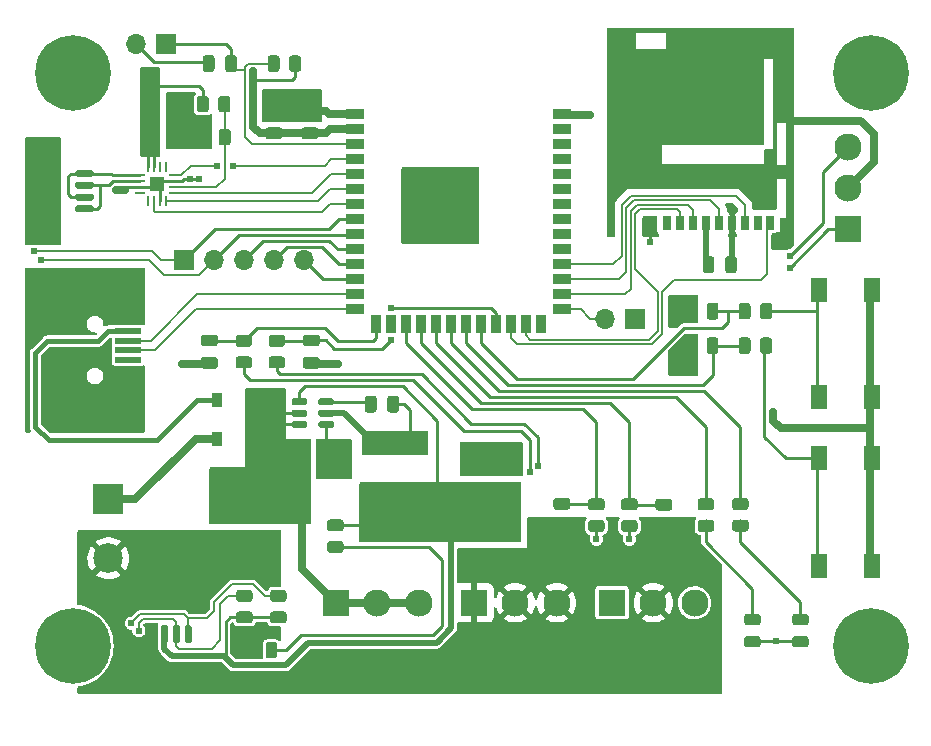
<source format=gtl>
G04 #@! TF.GenerationSoftware,KiCad,Pcbnew,6.0.2+dfsg-1*
G04 #@! TF.CreationDate,2023-06-22T08:15:41-06:00*
G04 #@! TF.ProjectId,ckt-soundplay,636b742d-736f-4756-9e64-706c61792e6b,rev?*
G04 #@! TF.SameCoordinates,Original*
G04 #@! TF.FileFunction,Copper,L1,Top*
G04 #@! TF.FilePolarity,Positive*
%FSLAX46Y46*%
G04 Gerber Fmt 4.6, Leading zero omitted, Abs format (unit mm)*
G04 Created by KiCad (PCBNEW 6.0.2+dfsg-1) date 2023-06-22 08:15:41*
%MOMM*%
%LPD*%
G01*
G04 APERTURE LIST*
G04 #@! TA.AperFunction,ComponentPad*
%ADD10R,2.500000X2.500000*%
G04 #@! TD*
G04 #@! TA.AperFunction,ComponentPad*
%ADD11C,2.500000*%
G04 #@! TD*
G04 #@! TA.AperFunction,SMDPad,CuDef*
%ADD12R,1.400000X2.100000*%
G04 #@! TD*
G04 #@! TA.AperFunction,ComponentPad*
%ADD13R,2.300000X2.300000*%
G04 #@! TD*
G04 #@! TA.AperFunction,ComponentPad*
%ADD14C,2.300000*%
G04 #@! TD*
G04 #@! TA.AperFunction,SMDPad,CuDef*
%ADD15R,1.500000X0.900000*%
G04 #@! TD*
G04 #@! TA.AperFunction,SMDPad,CuDef*
%ADD16R,0.900000X1.500000*%
G04 #@! TD*
G04 #@! TA.AperFunction,SMDPad,CuDef*
%ADD17R,0.900000X0.900000*%
G04 #@! TD*
G04 #@! TA.AperFunction,ComponentPad*
%ADD18C,6.400000*%
G04 #@! TD*
G04 #@! TA.AperFunction,SMDPad,CuDef*
%ADD19R,5.562600X2.108200*%
G04 #@! TD*
G04 #@! TA.AperFunction,ComponentPad*
%ADD20R,1.700000X1.700000*%
G04 #@! TD*
G04 #@! TA.AperFunction,ComponentPad*
%ADD21O,1.700000X1.700000*%
G04 #@! TD*
G04 #@! TA.AperFunction,SMDPad,CuDef*
%ADD22R,0.700000X1.200000*%
G04 #@! TD*
G04 #@! TA.AperFunction,SMDPad,CuDef*
%ADD23R,1.000000X0.800000*%
G04 #@! TD*
G04 #@! TA.AperFunction,SMDPad,CuDef*
%ADD24R,1.000000X1.200000*%
G04 #@! TD*
G04 #@! TA.AperFunction,SMDPad,CuDef*
%ADD25R,1.300000X1.900000*%
G04 #@! TD*
G04 #@! TA.AperFunction,SMDPad,CuDef*
%ADD26R,1.000000X2.800000*%
G04 #@! TD*
G04 #@! TA.AperFunction,SMDPad,CuDef*
%ADD27R,2.300000X0.500000*%
G04 #@! TD*
G04 #@! TA.AperFunction,SMDPad,CuDef*
%ADD28R,2.500000X2.000000*%
G04 #@! TD*
G04 #@! TA.AperFunction,SMDPad,CuDef*
%ADD29R,0.900000X1.200000*%
G04 #@! TD*
G04 #@! TA.AperFunction,SMDPad,CuDef*
%ADD30R,0.812800X0.254000*%
G04 #@! TD*
G04 #@! TA.AperFunction,SMDPad,CuDef*
%ADD31R,0.254000X0.812800*%
G04 #@! TD*
G04 #@! TA.AperFunction,SMDPad,CuDef*
%ADD32R,1.244600X1.244600*%
G04 #@! TD*
G04 #@! TA.AperFunction,ViaPad*
%ADD33C,0.609600*%
G04 #@! TD*
G04 #@! TA.AperFunction,Conductor*
%ADD34C,0.254000*%
G04 #@! TD*
G04 #@! TA.AperFunction,Conductor*
%ADD35C,0.635000*%
G04 #@! TD*
G04 #@! TA.AperFunction,Conductor*
%ADD36C,0.177800*%
G04 #@! TD*
G04 #@! TA.AperFunction,Conductor*
%ADD37C,0.508000*%
G04 #@! TD*
G04 #@! TA.AperFunction,Conductor*
%ADD38C,0.457200*%
G04 #@! TD*
G04 APERTURE END LIST*
D10*
X32720000Y-175046000D03*
D11*
X32720000Y-180046000D03*
G04 #@! TA.AperFunction,SMDPad,CuDef*
G36*
G01*
X35876001Y-144874000D02*
X35876001Y-143924000D01*
G75*
G02*
X36126001Y-143674000I250000J0D01*
G01*
X36626001Y-143674000D01*
G75*
G02*
X36876001Y-143924000I0J-250000D01*
G01*
X36876001Y-144874000D01*
G75*
G02*
X36626001Y-145124000I-250000J0D01*
G01*
X36126001Y-145124000D01*
G75*
G02*
X35876001Y-144874000I0J250000D01*
G01*
G37*
G04 #@! TD.AperFunction*
G04 #@! TA.AperFunction,SMDPad,CuDef*
G36*
G01*
X37776001Y-144874000D02*
X37776001Y-143924000D01*
G75*
G02*
X38026001Y-143674000I250000J0D01*
G01*
X38526001Y-143674000D01*
G75*
G02*
X38776001Y-143924000I0J-250000D01*
G01*
X38776001Y-144874000D01*
G75*
G02*
X38526001Y-145124000I-250000J0D01*
G01*
X38026001Y-145124000D01*
G75*
G02*
X37776001Y-144874000I0J250000D01*
G01*
G37*
G04 #@! TD.AperFunction*
D12*
X92873000Y-180699000D03*
X92873000Y-171599000D03*
X97373000Y-180699000D03*
X97373000Y-171599000D03*
G04 #@! TA.AperFunction,SMDPad,CuDef*
G36*
G01*
X48238000Y-166967000D02*
X48238000Y-166667000D01*
G75*
G02*
X48388000Y-166517000I150000J0D01*
G01*
X49413000Y-166517000D01*
G75*
G02*
X49563000Y-166667000I0J-150000D01*
G01*
X49563000Y-166967000D01*
G75*
G02*
X49413000Y-167117000I-150000J0D01*
G01*
X48388000Y-167117000D01*
G75*
G02*
X48238000Y-166967000I0J150000D01*
G01*
G37*
G04 #@! TD.AperFunction*
G04 #@! TA.AperFunction,SMDPad,CuDef*
G36*
G01*
X48238000Y-167917000D02*
X48238000Y-167617000D01*
G75*
G02*
X48388000Y-167467000I150000J0D01*
G01*
X49413000Y-167467000D01*
G75*
G02*
X49563000Y-167617000I0J-150000D01*
G01*
X49563000Y-167917000D01*
G75*
G02*
X49413000Y-168067000I-150000J0D01*
G01*
X48388000Y-168067000D01*
G75*
G02*
X48238000Y-167917000I0J150000D01*
G01*
G37*
G04 #@! TD.AperFunction*
G04 #@! TA.AperFunction,SMDPad,CuDef*
G36*
G01*
X48238000Y-168867000D02*
X48238000Y-168567000D01*
G75*
G02*
X48388000Y-168417000I150000J0D01*
G01*
X49413000Y-168417000D01*
G75*
G02*
X49563000Y-168567000I0J-150000D01*
G01*
X49563000Y-168867000D01*
G75*
G02*
X49413000Y-169017000I-150000J0D01*
G01*
X48388000Y-169017000D01*
G75*
G02*
X48238000Y-168867000I0J150000D01*
G01*
G37*
G04 #@! TD.AperFunction*
G04 #@! TA.AperFunction,SMDPad,CuDef*
G36*
G01*
X50513000Y-168867000D02*
X50513000Y-168567000D01*
G75*
G02*
X50663000Y-168417000I150000J0D01*
G01*
X51688000Y-168417000D01*
G75*
G02*
X51838000Y-168567000I0J-150000D01*
G01*
X51838000Y-168867000D01*
G75*
G02*
X51688000Y-169017000I-150000J0D01*
G01*
X50663000Y-169017000D01*
G75*
G02*
X50513000Y-168867000I0J150000D01*
G01*
G37*
G04 #@! TD.AperFunction*
G04 #@! TA.AperFunction,SMDPad,CuDef*
G36*
G01*
X50513000Y-167917000D02*
X50513000Y-167617000D01*
G75*
G02*
X50663000Y-167467000I150000J0D01*
G01*
X51688000Y-167467000D01*
G75*
G02*
X51838000Y-167617000I0J-150000D01*
G01*
X51838000Y-167917000D01*
G75*
G02*
X51688000Y-168067000I-150000J0D01*
G01*
X50663000Y-168067000D01*
G75*
G02*
X50513000Y-167917000I0J150000D01*
G01*
G37*
G04 #@! TD.AperFunction*
G04 #@! TA.AperFunction,SMDPad,CuDef*
G36*
G01*
X50513000Y-166967000D02*
X50513000Y-166667000D01*
G75*
G02*
X50663000Y-166517000I150000J0D01*
G01*
X51688000Y-166517000D01*
G75*
G02*
X51838000Y-166667000I0J-150000D01*
G01*
X51838000Y-166967000D01*
G75*
G02*
X51688000Y-167117000I-150000J0D01*
G01*
X50663000Y-167117000D01*
G75*
G02*
X50513000Y-166967000I0J150000D01*
G01*
G37*
G04 #@! TD.AperFunction*
G04 #@! TA.AperFunction,SMDPad,CuDef*
G36*
G01*
X48588000Y-171798000D02*
X48588000Y-170848000D01*
G75*
G02*
X48838000Y-170598000I250000J0D01*
G01*
X49338000Y-170598000D01*
G75*
G02*
X49588000Y-170848000I0J-250000D01*
G01*
X49588000Y-171798000D01*
G75*
G02*
X49338000Y-172048000I-250000J0D01*
G01*
X48838000Y-172048000D01*
G75*
G02*
X48588000Y-171798000I0J250000D01*
G01*
G37*
G04 #@! TD.AperFunction*
G04 #@! TA.AperFunction,SMDPad,CuDef*
G36*
G01*
X50488000Y-171798000D02*
X50488000Y-170848000D01*
G75*
G02*
X50738000Y-170598000I250000J0D01*
G01*
X51238000Y-170598000D01*
G75*
G02*
X51488000Y-170848000I0J-250000D01*
G01*
X51488000Y-171798000D01*
G75*
G02*
X51238000Y-172048000I-250000J0D01*
G01*
X50738000Y-172048000D01*
G75*
G02*
X50488000Y-171798000I0J250000D01*
G01*
G37*
G04 #@! TD.AperFunction*
G04 #@! TA.AperFunction,SMDPad,CuDef*
G36*
G01*
X50259000Y-144579000D02*
X49309000Y-144579000D01*
G75*
G02*
X49059000Y-144329000I0J250000D01*
G01*
X49059000Y-143829000D01*
G75*
G02*
X49309000Y-143579000I250000J0D01*
G01*
X50259000Y-143579000D01*
G75*
G02*
X50509000Y-143829000I0J-250000D01*
G01*
X50509000Y-144329000D01*
G75*
G02*
X50259000Y-144579000I-250000J0D01*
G01*
G37*
G04 #@! TD.AperFunction*
G04 #@! TA.AperFunction,SMDPad,CuDef*
G36*
G01*
X50259000Y-142679000D02*
X49309000Y-142679000D01*
G75*
G02*
X49059000Y-142429000I0J250000D01*
G01*
X49059000Y-141929000D01*
G75*
G02*
X49309000Y-141679000I250000J0D01*
G01*
X50259000Y-141679000D01*
G75*
G02*
X50509000Y-141929000I0J-250000D01*
G01*
X50509000Y-142429000D01*
G75*
G02*
X50259000Y-142679000I-250000J0D01*
G01*
G37*
G04 #@! TD.AperFunction*
D13*
X51999000Y-183827000D03*
D14*
X55499000Y-183827000D03*
X58999000Y-183827000D03*
G04 #@! TA.AperFunction,SMDPad,CuDef*
G36*
G01*
X40231000Y-144849000D02*
X40231000Y-143949000D01*
G75*
G02*
X40481000Y-143699000I250000J0D01*
G01*
X41006000Y-143699000D01*
G75*
G02*
X41256000Y-143949000I0J-250000D01*
G01*
X41256000Y-144849000D01*
G75*
G02*
X41006000Y-145099000I-250000J0D01*
G01*
X40481000Y-145099000D01*
G75*
G02*
X40231000Y-144849000I0J250000D01*
G01*
G37*
G04 #@! TD.AperFunction*
G04 #@! TA.AperFunction,SMDPad,CuDef*
G36*
G01*
X42056000Y-144849000D02*
X42056000Y-143949000D01*
G75*
G02*
X42306000Y-143699000I250000J0D01*
G01*
X42831000Y-143699000D01*
G75*
G02*
X43081000Y-143949000I0J-250000D01*
G01*
X43081000Y-144849000D01*
G75*
G02*
X42831000Y-145099000I-250000J0D01*
G01*
X42306000Y-145099000D01*
G75*
G02*
X42056000Y-144849000I0J250000D01*
G01*
G37*
G04 #@! TD.AperFunction*
G04 #@! TA.AperFunction,SMDPad,CuDef*
G36*
G01*
X67023000Y-174805000D02*
X66073000Y-174805000D01*
G75*
G02*
X65823000Y-174555000I0J250000D01*
G01*
X65823000Y-174055000D01*
G75*
G02*
X66073000Y-173805000I250000J0D01*
G01*
X67023000Y-173805000D01*
G75*
G02*
X67273000Y-174055000I0J-250000D01*
G01*
X67273000Y-174555000D01*
G75*
G02*
X67023000Y-174805000I-250000J0D01*
G01*
G37*
G04 #@! TD.AperFunction*
G04 #@! TA.AperFunction,SMDPad,CuDef*
G36*
G01*
X67023000Y-172905000D02*
X66073000Y-172905000D01*
G75*
G02*
X65823000Y-172655000I0J250000D01*
G01*
X65823000Y-172155000D01*
G75*
G02*
X66073000Y-171905000I250000J0D01*
G01*
X67023000Y-171905000D01*
G75*
G02*
X67273000Y-172155000I0J-250000D01*
G01*
X67273000Y-172655000D01*
G75*
G02*
X67023000Y-172905000I-250000J0D01*
G01*
G37*
G04 #@! TD.AperFunction*
G04 #@! TA.AperFunction,SMDPad,CuDef*
G36*
G01*
X84381000Y-161577000D02*
X84381000Y-162527000D01*
G75*
G02*
X84131000Y-162777000I-250000J0D01*
G01*
X83631000Y-162777000D01*
G75*
G02*
X83381000Y-162527000I0J250000D01*
G01*
X83381000Y-161577000D01*
G75*
G02*
X83631000Y-161327000I250000J0D01*
G01*
X84131000Y-161327000D01*
G75*
G02*
X84381000Y-161577000I0J-250000D01*
G01*
G37*
G04 #@! TD.AperFunction*
G04 #@! TA.AperFunction,SMDPad,CuDef*
G36*
G01*
X82481000Y-161577000D02*
X82481000Y-162527000D01*
G75*
G02*
X82231000Y-162777000I-250000J0D01*
G01*
X81731000Y-162777000D01*
G75*
G02*
X81481000Y-162527000I0J250000D01*
G01*
X81481000Y-161577000D01*
G75*
G02*
X81731000Y-161327000I250000J0D01*
G01*
X82231000Y-161327000D01*
G75*
G02*
X82481000Y-161577000I0J-250000D01*
G01*
G37*
G04 #@! TD.AperFunction*
G04 #@! TA.AperFunction,SMDPad,CuDef*
G36*
G01*
X88928000Y-161602000D02*
X88928000Y-162502000D01*
G75*
G02*
X88678000Y-162752000I-250000J0D01*
G01*
X88153000Y-162752000D01*
G75*
G02*
X87903000Y-162502000I0J250000D01*
G01*
X87903000Y-161602000D01*
G75*
G02*
X88153000Y-161352000I250000J0D01*
G01*
X88678000Y-161352000D01*
G75*
G02*
X88928000Y-161602000I0J-250000D01*
G01*
G37*
G04 #@! TD.AperFunction*
G04 #@! TA.AperFunction,SMDPad,CuDef*
G36*
G01*
X87103000Y-161602000D02*
X87103000Y-162502000D01*
G75*
G02*
X86853000Y-162752000I-250000J0D01*
G01*
X86328000Y-162752000D01*
G75*
G02*
X86078000Y-162502000I0J250000D01*
G01*
X86078000Y-161602000D01*
G75*
G02*
X86328000Y-161352000I250000J0D01*
G01*
X86853000Y-161352000D01*
G75*
G02*
X87103000Y-161602000I0J-250000D01*
G01*
G37*
G04 #@! TD.AperFunction*
G04 #@! TA.AperFunction,SMDPad,CuDef*
G36*
G01*
X42884000Y-172588000D02*
X43984000Y-172588000D01*
G75*
G02*
X44234000Y-172838000I0J-250000D01*
G01*
X44234000Y-175838000D01*
G75*
G02*
X43984000Y-176088000I-250000J0D01*
G01*
X42884000Y-176088000D01*
G75*
G02*
X42634000Y-175838000I0J250000D01*
G01*
X42634000Y-172838000D01*
G75*
G02*
X42884000Y-172588000I250000J0D01*
G01*
G37*
G04 #@! TD.AperFunction*
G04 #@! TA.AperFunction,SMDPad,CuDef*
G36*
G01*
X42884000Y-177988000D02*
X43984000Y-177988000D01*
G75*
G02*
X44234000Y-178238000I0J-250000D01*
G01*
X44234000Y-181238000D01*
G75*
G02*
X43984000Y-181488000I-250000J0D01*
G01*
X42884000Y-181488000D01*
G75*
G02*
X42634000Y-181238000I0J250000D01*
G01*
X42634000Y-178238000D01*
G75*
G02*
X42884000Y-177988000I250000J0D01*
G01*
G37*
G04 #@! TD.AperFunction*
D15*
X53607000Y-142445000D03*
X53607000Y-143715000D03*
X53607000Y-144985000D03*
X53607000Y-146255000D03*
X53607000Y-147525000D03*
X53607000Y-148795000D03*
X53607000Y-150065000D03*
X53607000Y-151335000D03*
X53607000Y-152605000D03*
X53607000Y-153875000D03*
X53607000Y-155145000D03*
X53607000Y-156415000D03*
X53607000Y-157685000D03*
X53607000Y-158955000D03*
D16*
X55372000Y-160205000D03*
X56642000Y-160205000D03*
X57912000Y-160205000D03*
X59182000Y-160205000D03*
X60452000Y-160205000D03*
X61722000Y-160205000D03*
X62992000Y-160205000D03*
X64262000Y-160205000D03*
X65532000Y-160205000D03*
X66802000Y-160205000D03*
X68072000Y-160205000D03*
X69342000Y-160205000D03*
D15*
X71107000Y-158955000D03*
X71107000Y-157685000D03*
X71107000Y-156415000D03*
X71107000Y-155145000D03*
X71107000Y-153875000D03*
X71107000Y-152605000D03*
X71107000Y-151335000D03*
X71107000Y-150065000D03*
X71107000Y-148795000D03*
X71107000Y-147525000D03*
X71107000Y-146255000D03*
X71107000Y-144985000D03*
X71107000Y-143715000D03*
X71107000Y-142445000D03*
D17*
X60857000Y-148765000D03*
X62257000Y-148765000D03*
X59457000Y-151565000D03*
X62257000Y-151565000D03*
X59457000Y-150165000D03*
X59457000Y-148765000D03*
X60857000Y-150165000D03*
X62257000Y-150165000D03*
X60857000Y-151565000D03*
D18*
X97282000Y-187452000D03*
G04 #@! TA.AperFunction,SMDPad,CuDef*
G36*
G01*
X46667000Y-182725000D02*
X47567000Y-182725000D01*
G75*
G02*
X47817000Y-182975000I0J-250000D01*
G01*
X47817000Y-183500000D01*
G75*
G02*
X47567000Y-183750000I-250000J0D01*
G01*
X46667000Y-183750000D01*
G75*
G02*
X46417000Y-183500000I0J250000D01*
G01*
X46417000Y-182975000D01*
G75*
G02*
X46667000Y-182725000I250000J0D01*
G01*
G37*
G04 #@! TD.AperFunction*
G04 #@! TA.AperFunction,SMDPad,CuDef*
G36*
G01*
X46667000Y-184550000D02*
X47567000Y-184550000D01*
G75*
G02*
X47817000Y-184800000I0J-250000D01*
G01*
X47817000Y-185325000D01*
G75*
G02*
X47567000Y-185575000I-250000J0D01*
G01*
X46667000Y-185575000D01*
G75*
G02*
X46417000Y-185325000I0J250000D01*
G01*
X46417000Y-184800000D01*
G75*
G02*
X46667000Y-184550000I250000J0D01*
G01*
G37*
G04 #@! TD.AperFunction*
G04 #@! TA.AperFunction,SMDPad,CuDef*
G36*
G01*
X84381000Y-158656000D02*
X84381000Y-159606000D01*
G75*
G02*
X84131000Y-159856000I-250000J0D01*
G01*
X83631000Y-159856000D01*
G75*
G02*
X83381000Y-159606000I0J250000D01*
G01*
X83381000Y-158656000D01*
G75*
G02*
X83631000Y-158406000I250000J0D01*
G01*
X84131000Y-158406000D01*
G75*
G02*
X84381000Y-158656000I0J-250000D01*
G01*
G37*
G04 #@! TD.AperFunction*
G04 #@! TA.AperFunction,SMDPad,CuDef*
G36*
G01*
X82481000Y-158656000D02*
X82481000Y-159606000D01*
G75*
G02*
X82231000Y-159856000I-250000J0D01*
G01*
X81731000Y-159856000D01*
G75*
G02*
X81481000Y-159606000I0J250000D01*
G01*
X81481000Y-158656000D01*
G75*
G02*
X81731000Y-158406000I250000J0D01*
G01*
X82231000Y-158406000D01*
G75*
G02*
X82481000Y-158656000I0J-250000D01*
G01*
G37*
G04 #@! TD.AperFunction*
G04 #@! TA.AperFunction,SMDPad,CuDef*
G36*
G01*
X52393000Y-179606000D02*
X51493000Y-179606000D01*
G75*
G02*
X51243000Y-179356000I0J250000D01*
G01*
X51243000Y-178831000D01*
G75*
G02*
X51493000Y-178581000I250000J0D01*
G01*
X52393000Y-178581000D01*
G75*
G02*
X52643000Y-178831000I0J-250000D01*
G01*
X52643000Y-179356000D01*
G75*
G02*
X52393000Y-179606000I-250000J0D01*
G01*
G37*
G04 #@! TD.AperFunction*
G04 #@! TA.AperFunction,SMDPad,CuDef*
G36*
G01*
X52393000Y-177781000D02*
X51493000Y-177781000D01*
G75*
G02*
X51243000Y-177531000I0J250000D01*
G01*
X51243000Y-177006000D01*
G75*
G02*
X51493000Y-176756000I250000J0D01*
G01*
X52393000Y-176756000D01*
G75*
G02*
X52643000Y-177006000I0J-250000D01*
G01*
X52643000Y-177531000D01*
G75*
G02*
X52393000Y-177781000I-250000J0D01*
G01*
G37*
G04 #@! TD.AperFunction*
G04 #@! TA.AperFunction,SMDPad,CuDef*
G36*
G01*
X36173000Y-187093000D02*
X36173000Y-185843000D01*
G75*
G02*
X36323000Y-185693000I150000J0D01*
G01*
X36623000Y-185693000D01*
G75*
G02*
X36773000Y-185843000I0J-150000D01*
G01*
X36773000Y-187093000D01*
G75*
G02*
X36623000Y-187243000I-150000J0D01*
G01*
X36323000Y-187243000D01*
G75*
G02*
X36173000Y-187093000I0J150000D01*
G01*
G37*
G04 #@! TD.AperFunction*
G04 #@! TA.AperFunction,SMDPad,CuDef*
G36*
G01*
X37173000Y-187093000D02*
X37173000Y-185843000D01*
G75*
G02*
X37323000Y-185693000I150000J0D01*
G01*
X37623000Y-185693000D01*
G75*
G02*
X37773000Y-185843000I0J-150000D01*
G01*
X37773000Y-187093000D01*
G75*
G02*
X37623000Y-187243000I-150000J0D01*
G01*
X37323000Y-187243000D01*
G75*
G02*
X37173000Y-187093000I0J150000D01*
G01*
G37*
G04 #@! TD.AperFunction*
G04 #@! TA.AperFunction,SMDPad,CuDef*
G36*
G01*
X38173000Y-187093000D02*
X38173000Y-185843000D01*
G75*
G02*
X38323000Y-185693000I150000J0D01*
G01*
X38623000Y-185693000D01*
G75*
G02*
X38773000Y-185843000I0J-150000D01*
G01*
X38773000Y-187093000D01*
G75*
G02*
X38623000Y-187243000I-150000J0D01*
G01*
X38323000Y-187243000D01*
G75*
G02*
X38173000Y-187093000I0J150000D01*
G01*
G37*
G04 #@! TD.AperFunction*
G04 #@! TA.AperFunction,SMDPad,CuDef*
G36*
G01*
X39173000Y-187093000D02*
X39173000Y-185843000D01*
G75*
G02*
X39323000Y-185693000I150000J0D01*
G01*
X39623000Y-185693000D01*
G75*
G02*
X39773000Y-185843000I0J-150000D01*
G01*
X39773000Y-187093000D01*
G75*
G02*
X39623000Y-187243000I-150000J0D01*
G01*
X39323000Y-187243000D01*
G75*
G02*
X39173000Y-187093000I0J150000D01*
G01*
G37*
G04 #@! TD.AperFunction*
G04 #@! TA.AperFunction,SMDPad,CuDef*
G36*
G01*
X40173000Y-190993000D02*
X40173000Y-189693000D01*
G75*
G02*
X40423000Y-189443000I250000J0D01*
G01*
X41123000Y-189443000D01*
G75*
G02*
X41373000Y-189693000I0J-250000D01*
G01*
X41373000Y-190993000D01*
G75*
G02*
X41123000Y-191243000I-250000J0D01*
G01*
X40423000Y-191243000D01*
G75*
G02*
X40173000Y-190993000I0J250000D01*
G01*
G37*
G04 #@! TD.AperFunction*
G04 #@! TA.AperFunction,SMDPad,CuDef*
G36*
G01*
X34573000Y-190993000D02*
X34573000Y-189693000D01*
G75*
G02*
X34823000Y-189443000I250000J0D01*
G01*
X35523000Y-189443000D01*
G75*
G02*
X35773000Y-189693000I0J-250000D01*
G01*
X35773000Y-190993000D01*
G75*
G02*
X35523000Y-191243000I-250000J0D01*
G01*
X34823000Y-191243000D01*
G75*
G02*
X34573000Y-190993000I0J250000D01*
G01*
G37*
G04 #@! TD.AperFunction*
G04 #@! TA.AperFunction,SMDPad,CuDef*
G36*
G01*
X86683000Y-177804500D02*
X85783000Y-177804500D01*
G75*
G02*
X85533000Y-177554500I0J250000D01*
G01*
X85533000Y-177029500D01*
G75*
G02*
X85783000Y-176779500I250000J0D01*
G01*
X86683000Y-176779500D01*
G75*
G02*
X86933000Y-177029500I0J-250000D01*
G01*
X86933000Y-177554500D01*
G75*
G02*
X86683000Y-177804500I-250000J0D01*
G01*
G37*
G04 #@! TD.AperFunction*
G04 #@! TA.AperFunction,SMDPad,CuDef*
G36*
G01*
X86683000Y-175979500D02*
X85783000Y-175979500D01*
G75*
G02*
X85533000Y-175729500I0J250000D01*
G01*
X85533000Y-175204500D01*
G75*
G02*
X85783000Y-174954500I250000J0D01*
G01*
X86683000Y-174954500D01*
G75*
G02*
X86933000Y-175204500I0J-250000D01*
G01*
X86933000Y-175729500D01*
G75*
G02*
X86683000Y-175979500I-250000J0D01*
G01*
G37*
G04 #@! TD.AperFunction*
X97282000Y-138938000D03*
D19*
X57023000Y-170294300D03*
X57023000Y-174891700D03*
G04 #@! TA.AperFunction,SMDPad,CuDef*
G36*
G01*
X91769250Y-187607000D02*
X90856750Y-187607000D01*
G75*
G02*
X90613000Y-187363250I0J243750D01*
G01*
X90613000Y-186875750D01*
G75*
G02*
X90856750Y-186632000I243750J0D01*
G01*
X91769250Y-186632000D01*
G75*
G02*
X92013000Y-186875750I0J-243750D01*
G01*
X92013000Y-187363250D01*
G75*
G02*
X91769250Y-187607000I-243750J0D01*
G01*
G37*
G04 #@! TD.AperFunction*
G04 #@! TA.AperFunction,SMDPad,CuDef*
G36*
G01*
X91769250Y-185732000D02*
X90856750Y-185732000D01*
G75*
G02*
X90613000Y-185488250I0J243750D01*
G01*
X90613000Y-185000750D01*
G75*
G02*
X90856750Y-184757000I243750J0D01*
G01*
X91769250Y-184757000D01*
G75*
G02*
X92013000Y-185000750I0J-243750D01*
G01*
X92013000Y-185488250D01*
G75*
G02*
X91769250Y-185732000I-243750J0D01*
G01*
G37*
G04 #@! TD.AperFunction*
G04 #@! TA.AperFunction,SMDPad,CuDef*
G36*
G01*
X47211000Y-144579000D02*
X46261000Y-144579000D01*
G75*
G02*
X46011000Y-144329000I0J250000D01*
G01*
X46011000Y-143829000D01*
G75*
G02*
X46261000Y-143579000I250000J0D01*
G01*
X47211000Y-143579000D01*
G75*
G02*
X47461000Y-143829000I0J-250000D01*
G01*
X47461000Y-144329000D01*
G75*
G02*
X47211000Y-144579000I-250000J0D01*
G01*
G37*
G04 #@! TD.AperFunction*
G04 #@! TA.AperFunction,SMDPad,CuDef*
G36*
G01*
X47211000Y-142679000D02*
X46261000Y-142679000D01*
G75*
G02*
X46011000Y-142429000I0J250000D01*
G01*
X46011000Y-141929000D01*
G75*
G02*
X46261000Y-141679000I250000J0D01*
G01*
X47211000Y-141679000D01*
G75*
G02*
X47461000Y-141929000I0J-250000D01*
G01*
X47461000Y-142429000D01*
G75*
G02*
X47211000Y-142679000I-250000J0D01*
G01*
G37*
G04 #@! TD.AperFunction*
D13*
X63683000Y-183827000D03*
D14*
X67183000Y-183827000D03*
X70683000Y-183827000D03*
D13*
X95308000Y-152217000D03*
D14*
X95308000Y-148717000D03*
X95308000Y-145217000D03*
G04 #@! TA.AperFunction,SMDPad,CuDef*
G36*
G01*
X83762000Y-177828000D02*
X82862000Y-177828000D01*
G75*
G02*
X82612000Y-177578000I0J250000D01*
G01*
X82612000Y-177053000D01*
G75*
G02*
X82862000Y-176803000I250000J0D01*
G01*
X83762000Y-176803000D01*
G75*
G02*
X84012000Y-177053000I0J-250000D01*
G01*
X84012000Y-177578000D01*
G75*
G02*
X83762000Y-177828000I-250000J0D01*
G01*
G37*
G04 #@! TD.AperFunction*
G04 #@! TA.AperFunction,SMDPad,CuDef*
G36*
G01*
X83762000Y-176003000D02*
X82862000Y-176003000D01*
G75*
G02*
X82612000Y-175753000I0J250000D01*
G01*
X82612000Y-175228000D01*
G75*
G02*
X82862000Y-174978000I250000J0D01*
G01*
X83762000Y-174978000D01*
G75*
G02*
X84012000Y-175228000I0J-250000D01*
G01*
X84012000Y-175753000D01*
G75*
G02*
X83762000Y-176003000I-250000J0D01*
G01*
G37*
G04 #@! TD.AperFunction*
D20*
X37597000Y-136525000D03*
D21*
X35057000Y-136525000D03*
D22*
X80059000Y-151668000D03*
X81159000Y-151668000D03*
X82259000Y-151668000D03*
X83359000Y-151668000D03*
X84459000Y-151668000D03*
X85559000Y-151668000D03*
X86659000Y-151668000D03*
X87759000Y-151668000D03*
X88709000Y-151668000D03*
D23*
X89659000Y-141168000D03*
D24*
X78509000Y-151668000D03*
D25*
X76159000Y-136568000D03*
D26*
X89659000Y-137018000D03*
D24*
X89659000Y-147368000D03*
G04 #@! TA.AperFunction,SMDPad,CuDef*
G36*
G01*
X30077000Y-147177000D02*
X31327000Y-147177000D01*
G75*
G02*
X31477000Y-147327000I0J-150000D01*
G01*
X31477000Y-147627000D01*
G75*
G02*
X31327000Y-147777000I-150000J0D01*
G01*
X30077000Y-147777000D01*
G75*
G02*
X29927000Y-147627000I0J150000D01*
G01*
X29927000Y-147327000D01*
G75*
G02*
X30077000Y-147177000I150000J0D01*
G01*
G37*
G04 #@! TD.AperFunction*
G04 #@! TA.AperFunction,SMDPad,CuDef*
G36*
G01*
X30077000Y-148177000D02*
X31327000Y-148177000D01*
G75*
G02*
X31477000Y-148327000I0J-150000D01*
G01*
X31477000Y-148627000D01*
G75*
G02*
X31327000Y-148777000I-150000J0D01*
G01*
X30077000Y-148777000D01*
G75*
G02*
X29927000Y-148627000I0J150000D01*
G01*
X29927000Y-148327000D01*
G75*
G02*
X30077000Y-148177000I150000J0D01*
G01*
G37*
G04 #@! TD.AperFunction*
G04 #@! TA.AperFunction,SMDPad,CuDef*
G36*
G01*
X30077000Y-149177000D02*
X31327000Y-149177000D01*
G75*
G02*
X31477000Y-149327000I0J-150000D01*
G01*
X31477000Y-149627000D01*
G75*
G02*
X31327000Y-149777000I-150000J0D01*
G01*
X30077000Y-149777000D01*
G75*
G02*
X29927000Y-149627000I0J150000D01*
G01*
X29927000Y-149327000D01*
G75*
G02*
X30077000Y-149177000I150000J0D01*
G01*
G37*
G04 #@! TD.AperFunction*
G04 #@! TA.AperFunction,SMDPad,CuDef*
G36*
G01*
X30077000Y-150177000D02*
X31327000Y-150177000D01*
G75*
G02*
X31477000Y-150327000I0J-150000D01*
G01*
X31477000Y-150627000D01*
G75*
G02*
X31327000Y-150777000I-150000J0D01*
G01*
X30077000Y-150777000D01*
G75*
G02*
X29927000Y-150627000I0J150000D01*
G01*
X29927000Y-150327000D01*
G75*
G02*
X30077000Y-150177000I150000J0D01*
G01*
G37*
G04 #@! TD.AperFunction*
G04 #@! TA.AperFunction,SMDPad,CuDef*
G36*
G01*
X26177000Y-151177000D02*
X27477000Y-151177000D01*
G75*
G02*
X27727000Y-151427000I0J-250000D01*
G01*
X27727000Y-152127000D01*
G75*
G02*
X27477000Y-152377000I-250000J0D01*
G01*
X26177000Y-152377000D01*
G75*
G02*
X25927000Y-152127000I0J250000D01*
G01*
X25927000Y-151427000D01*
G75*
G02*
X26177000Y-151177000I250000J0D01*
G01*
G37*
G04 #@! TD.AperFunction*
G04 #@! TA.AperFunction,SMDPad,CuDef*
G36*
G01*
X26177000Y-145577000D02*
X27477000Y-145577000D01*
G75*
G02*
X27727000Y-145827000I0J-250000D01*
G01*
X27727000Y-146527000D01*
G75*
G02*
X27477000Y-146777000I-250000J0D01*
G01*
X26177000Y-146777000D01*
G75*
G02*
X25927000Y-146527000I0J250000D01*
G01*
X25927000Y-145827000D01*
G75*
G02*
X26177000Y-145577000I250000J0D01*
G01*
G37*
G04 #@! TD.AperFunction*
G04 #@! TA.AperFunction,SMDPad,CuDef*
G36*
G01*
X49436000Y-161110000D02*
X50386000Y-161110000D01*
G75*
G02*
X50636000Y-161360000I0J-250000D01*
G01*
X50636000Y-161860000D01*
G75*
G02*
X50386000Y-162110000I-250000J0D01*
G01*
X49436000Y-162110000D01*
G75*
G02*
X49186000Y-161860000I0J250000D01*
G01*
X49186000Y-161360000D01*
G75*
G02*
X49436000Y-161110000I250000J0D01*
G01*
G37*
G04 #@! TD.AperFunction*
G04 #@! TA.AperFunction,SMDPad,CuDef*
G36*
G01*
X49436000Y-163010000D02*
X50386000Y-163010000D01*
G75*
G02*
X50636000Y-163260000I0J-250000D01*
G01*
X50636000Y-163760000D01*
G75*
G02*
X50386000Y-164010000I-250000J0D01*
G01*
X49436000Y-164010000D01*
G75*
G02*
X49186000Y-163760000I0J250000D01*
G01*
X49186000Y-163260000D01*
G75*
G02*
X49436000Y-163010000I250000J0D01*
G01*
G37*
G04 #@! TD.AperFunction*
D20*
X77348000Y-159766000D03*
D21*
X74808000Y-159766000D03*
G04 #@! TA.AperFunction,SMDPad,CuDef*
G36*
G01*
X40800000Y-161110000D02*
X41750000Y-161110000D01*
G75*
G02*
X42000000Y-161360000I0J-250000D01*
G01*
X42000000Y-161860000D01*
G75*
G02*
X41750000Y-162110000I-250000J0D01*
G01*
X40800000Y-162110000D01*
G75*
G02*
X40550000Y-161860000I0J250000D01*
G01*
X40550000Y-161360000D01*
G75*
G02*
X40800000Y-161110000I250000J0D01*
G01*
G37*
G04 #@! TD.AperFunction*
G04 #@! TA.AperFunction,SMDPad,CuDef*
G36*
G01*
X40800000Y-163010000D02*
X41750000Y-163010000D01*
G75*
G02*
X42000000Y-163260000I0J-250000D01*
G01*
X42000000Y-163760000D01*
G75*
G02*
X41750000Y-164010000I-250000J0D01*
G01*
X40800000Y-164010000D01*
G75*
G02*
X40550000Y-163760000I0J250000D01*
G01*
X40550000Y-163260000D01*
G75*
G02*
X40800000Y-163010000I250000J0D01*
G01*
G37*
G04 #@! TD.AperFunction*
D27*
X34429000Y-160828000D03*
X34429000Y-161628000D03*
X34429000Y-162428000D03*
X34429000Y-163228000D03*
X34429000Y-164028000D03*
D28*
X34329000Y-166878000D03*
X28829000Y-157978000D03*
X34329000Y-157978000D03*
X28829000Y-166878000D03*
G04 #@! TA.AperFunction,SMDPad,CuDef*
G36*
G01*
X74491000Y-177828000D02*
X73591000Y-177828000D01*
G75*
G02*
X73341000Y-177578000I0J250000D01*
G01*
X73341000Y-177053000D01*
G75*
G02*
X73591000Y-176803000I250000J0D01*
G01*
X74491000Y-176803000D01*
G75*
G02*
X74741000Y-177053000I0J-250000D01*
G01*
X74741000Y-177578000D01*
G75*
G02*
X74491000Y-177828000I-250000J0D01*
G01*
G37*
G04 #@! TD.AperFunction*
G04 #@! TA.AperFunction,SMDPad,CuDef*
G36*
G01*
X74491000Y-176003000D02*
X73591000Y-176003000D01*
G75*
G02*
X73341000Y-175753000I0J250000D01*
G01*
X73341000Y-175228000D01*
G75*
G02*
X73591000Y-174978000I250000J0D01*
G01*
X74491000Y-174978000D01*
G75*
G02*
X74741000Y-175228000I0J-250000D01*
G01*
X74741000Y-175753000D01*
G75*
G02*
X74491000Y-176003000I-250000J0D01*
G01*
G37*
G04 #@! TD.AperFunction*
G04 #@! TA.AperFunction,SMDPad,CuDef*
G36*
G01*
X43781000Y-182725000D02*
X44681000Y-182725000D01*
G75*
G02*
X44931000Y-182975000I0J-250000D01*
G01*
X44931000Y-183500000D01*
G75*
G02*
X44681000Y-183750000I-250000J0D01*
G01*
X43781000Y-183750000D01*
G75*
G02*
X43531000Y-183500000I0J250000D01*
G01*
X43531000Y-182975000D01*
G75*
G02*
X43781000Y-182725000I250000J0D01*
G01*
G37*
G04 #@! TD.AperFunction*
G04 #@! TA.AperFunction,SMDPad,CuDef*
G36*
G01*
X43781000Y-184550000D02*
X44681000Y-184550000D01*
G75*
G02*
X44931000Y-184800000I0J-250000D01*
G01*
X44931000Y-185325000D01*
G75*
G02*
X44681000Y-185575000I-250000J0D01*
G01*
X43781000Y-185575000D01*
G75*
G02*
X43531000Y-185325000I0J250000D01*
G01*
X43531000Y-184800000D01*
G75*
G02*
X43781000Y-184550000I250000J0D01*
G01*
G37*
G04 #@! TD.AperFunction*
G04 #@! TA.AperFunction,SMDPad,CuDef*
G36*
G01*
X77285000Y-177828000D02*
X76385000Y-177828000D01*
G75*
G02*
X76135000Y-177578000I0J250000D01*
G01*
X76135000Y-177053000D01*
G75*
G02*
X76385000Y-176803000I250000J0D01*
G01*
X77285000Y-176803000D01*
G75*
G02*
X77535000Y-177053000I0J-250000D01*
G01*
X77535000Y-177578000D01*
G75*
G02*
X77285000Y-177828000I-250000J0D01*
G01*
G37*
G04 #@! TD.AperFunction*
G04 #@! TA.AperFunction,SMDPad,CuDef*
G36*
G01*
X77285000Y-176003000D02*
X76385000Y-176003000D01*
G75*
G02*
X76135000Y-175753000I0J250000D01*
G01*
X76135000Y-175228000D01*
G75*
G02*
X76385000Y-174978000I250000J0D01*
G01*
X77285000Y-174978000D01*
G75*
G02*
X77535000Y-175228000I0J-250000D01*
G01*
X77535000Y-175753000D01*
G75*
G02*
X77285000Y-176003000I-250000J0D01*
G01*
G37*
G04 #@! TD.AperFunction*
G04 #@! TA.AperFunction,SMDPad,CuDef*
G36*
G01*
X87705250Y-187607000D02*
X86792750Y-187607000D01*
G75*
G02*
X86549000Y-187363250I0J243750D01*
G01*
X86549000Y-186875750D01*
G75*
G02*
X86792750Y-186632000I243750J0D01*
G01*
X87705250Y-186632000D01*
G75*
G02*
X87949000Y-186875750I0J-243750D01*
G01*
X87949000Y-187363250D01*
G75*
G02*
X87705250Y-187607000I-243750J0D01*
G01*
G37*
G04 #@! TD.AperFunction*
G04 #@! TA.AperFunction,SMDPad,CuDef*
G36*
G01*
X87705250Y-185732000D02*
X86792750Y-185732000D01*
G75*
G02*
X86549000Y-185488250I0J243750D01*
G01*
X86549000Y-185000750D01*
G75*
G02*
X86792750Y-184757000I243750J0D01*
G01*
X87705250Y-184757000D01*
G75*
G02*
X87949000Y-185000750I0J-243750D01*
G01*
X87949000Y-185488250D01*
G75*
G02*
X87705250Y-185732000I-243750J0D01*
G01*
G37*
G04 #@! TD.AperFunction*
D18*
X29718000Y-187452000D03*
D29*
X45211000Y-166624000D03*
X41911000Y-166624000D03*
G04 #@! TA.AperFunction,SMDPad,CuDef*
G36*
G01*
X83035000Y-155669000D02*
X83035000Y-154719000D01*
G75*
G02*
X83285000Y-154469000I250000J0D01*
G01*
X83785000Y-154469000D01*
G75*
G02*
X84035000Y-154719000I0J-250000D01*
G01*
X84035000Y-155669000D01*
G75*
G02*
X83785000Y-155919000I-250000J0D01*
G01*
X83285000Y-155919000D01*
G75*
G02*
X83035000Y-155669000I0J250000D01*
G01*
G37*
G04 #@! TD.AperFunction*
G04 #@! TA.AperFunction,SMDPad,CuDef*
G36*
G01*
X84935000Y-155669000D02*
X84935000Y-154719000D01*
G75*
G02*
X85185000Y-154469000I250000J0D01*
G01*
X85685000Y-154469000D01*
G75*
G02*
X85935000Y-154719000I0J-250000D01*
G01*
X85935000Y-155669000D01*
G75*
G02*
X85685000Y-155919000I-250000J0D01*
G01*
X85185000Y-155919000D01*
G75*
G02*
X84935000Y-155669000I0J250000D01*
G01*
G37*
G04 #@! TD.AperFunction*
G04 #@! TA.AperFunction,SMDPad,CuDef*
G36*
G01*
X44646000Y-163985000D02*
X43746000Y-163985000D01*
G75*
G02*
X43496000Y-163735000I0J250000D01*
G01*
X43496000Y-163210000D01*
G75*
G02*
X43746000Y-162960000I250000J0D01*
G01*
X44646000Y-162960000D01*
G75*
G02*
X44896000Y-163210000I0J-250000D01*
G01*
X44896000Y-163735000D01*
G75*
G02*
X44646000Y-163985000I-250000J0D01*
G01*
G37*
G04 #@! TD.AperFunction*
G04 #@! TA.AperFunction,SMDPad,CuDef*
G36*
G01*
X44646000Y-162160000D02*
X43746000Y-162160000D01*
G75*
G02*
X43496000Y-161910000I0J250000D01*
G01*
X43496000Y-161385000D01*
G75*
G02*
X43746000Y-161135000I250000J0D01*
G01*
X44646000Y-161135000D01*
G75*
G02*
X44896000Y-161385000I0J-250000D01*
G01*
X44896000Y-161910000D01*
G75*
G02*
X44646000Y-162160000I-250000J0D01*
G01*
G37*
G04 #@! TD.AperFunction*
D18*
X29718000Y-138938000D03*
G04 #@! TA.AperFunction,SMDPad,CuDef*
G36*
G01*
X70645000Y-174953000D02*
X71595000Y-174953000D01*
G75*
G02*
X71845000Y-175203000I0J-250000D01*
G01*
X71845000Y-175703000D01*
G75*
G02*
X71595000Y-175953000I-250000J0D01*
G01*
X70645000Y-175953000D01*
G75*
G02*
X70395000Y-175703000I0J250000D01*
G01*
X70395000Y-175203000D01*
G75*
G02*
X70645000Y-174953000I250000J0D01*
G01*
G37*
G04 #@! TD.AperFunction*
G04 #@! TA.AperFunction,SMDPad,CuDef*
G36*
G01*
X70645000Y-176853000D02*
X71595000Y-176853000D01*
G75*
G02*
X71845000Y-177103000I0J-250000D01*
G01*
X71845000Y-177603000D01*
G75*
G02*
X71595000Y-177853000I-250000J0D01*
G01*
X70645000Y-177853000D01*
G75*
G02*
X70395000Y-177603000I0J250000D01*
G01*
X70395000Y-177103000D01*
G75*
G02*
X70645000Y-176853000I250000J0D01*
G01*
G37*
G04 #@! TD.AperFunction*
G04 #@! TA.AperFunction,SMDPad,CuDef*
G36*
G01*
X79281000Y-175014000D02*
X80231000Y-175014000D01*
G75*
G02*
X80481000Y-175264000I0J-250000D01*
G01*
X80481000Y-175764000D01*
G75*
G02*
X80231000Y-176014000I-250000J0D01*
G01*
X79281000Y-176014000D01*
G75*
G02*
X79031000Y-175764000I0J250000D01*
G01*
X79031000Y-175264000D01*
G75*
G02*
X79281000Y-175014000I250000J0D01*
G01*
G37*
G04 #@! TD.AperFunction*
G04 #@! TA.AperFunction,SMDPad,CuDef*
G36*
G01*
X79281000Y-176914000D02*
X80231000Y-176914000D01*
G75*
G02*
X80481000Y-177164000I0J-250000D01*
G01*
X80481000Y-177664000D01*
G75*
G02*
X80231000Y-177914000I-250000J0D01*
G01*
X79281000Y-177914000D01*
G75*
G02*
X79031000Y-177664000I0J250000D01*
G01*
X79031000Y-177164000D01*
G75*
G02*
X79281000Y-176914000I250000J0D01*
G01*
G37*
G04 #@! TD.AperFunction*
G04 #@! TA.AperFunction,SMDPad,CuDef*
G36*
G01*
X46200000Y-138626000D02*
X46200000Y-137726000D01*
G75*
G02*
X46450000Y-137476000I250000J0D01*
G01*
X46975000Y-137476000D01*
G75*
G02*
X47225000Y-137726000I0J-250000D01*
G01*
X47225000Y-138626000D01*
G75*
G02*
X46975000Y-138876000I-250000J0D01*
G01*
X46450000Y-138876000D01*
G75*
G02*
X46200000Y-138626000I0J250000D01*
G01*
G37*
G04 #@! TD.AperFunction*
G04 #@! TA.AperFunction,SMDPad,CuDef*
G36*
G01*
X48025000Y-138626000D02*
X48025000Y-137726000D01*
G75*
G02*
X48275000Y-137476000I250000J0D01*
G01*
X48800000Y-137476000D01*
G75*
G02*
X49050000Y-137726000I0J-250000D01*
G01*
X49050000Y-138626000D01*
G75*
G02*
X48800000Y-138876000I-250000J0D01*
G01*
X48275000Y-138876000D01*
G75*
G02*
X48025000Y-138626000I0J250000D01*
G01*
G37*
G04 #@! TD.AperFunction*
G04 #@! TA.AperFunction,SMDPad,CuDef*
G36*
G01*
X64229000Y-174805000D02*
X63279000Y-174805000D01*
G75*
G02*
X63029000Y-174555000I0J250000D01*
G01*
X63029000Y-174055000D01*
G75*
G02*
X63279000Y-173805000I250000J0D01*
G01*
X64229000Y-173805000D01*
G75*
G02*
X64479000Y-174055000I0J-250000D01*
G01*
X64479000Y-174555000D01*
G75*
G02*
X64229000Y-174805000I-250000J0D01*
G01*
G37*
G04 #@! TD.AperFunction*
G04 #@! TA.AperFunction,SMDPad,CuDef*
G36*
G01*
X64229000Y-172905000D02*
X63279000Y-172905000D01*
G75*
G02*
X63029000Y-172655000I0J250000D01*
G01*
X63029000Y-172155000D01*
G75*
G02*
X63279000Y-171905000I250000J0D01*
G01*
X64229000Y-171905000D01*
G75*
G02*
X64479000Y-172155000I0J-250000D01*
G01*
X64479000Y-172655000D01*
G75*
G02*
X64229000Y-172905000I-250000J0D01*
G01*
G37*
G04 #@! TD.AperFunction*
G04 #@! TA.AperFunction,SMDPad,CuDef*
G36*
G01*
X47440000Y-163985000D02*
X46540000Y-163985000D01*
G75*
G02*
X46290000Y-163735000I0J250000D01*
G01*
X46290000Y-163210000D01*
G75*
G02*
X46540000Y-162960000I250000J0D01*
G01*
X47440000Y-162960000D01*
G75*
G02*
X47690000Y-163210000I0J-250000D01*
G01*
X47690000Y-163735000D01*
G75*
G02*
X47440000Y-163985000I-250000J0D01*
G01*
G37*
G04 #@! TD.AperFunction*
G04 #@! TA.AperFunction,SMDPad,CuDef*
G36*
G01*
X47440000Y-162160000D02*
X46540000Y-162160000D01*
G75*
G02*
X46290000Y-161910000I0J250000D01*
G01*
X46290000Y-161385000D01*
G75*
G02*
X46540000Y-161135000I250000J0D01*
G01*
X47440000Y-161135000D01*
G75*
G02*
X47690000Y-161385000I0J-250000D01*
G01*
X47690000Y-161910000D01*
G75*
G02*
X47440000Y-162160000I-250000J0D01*
G01*
G37*
G04 #@! TD.AperFunction*
G04 #@! TA.AperFunction,SMDPad,CuDef*
G36*
G01*
X43057500Y-141155000D02*
X43057500Y-142055000D01*
G75*
G02*
X42807500Y-142305000I-250000J0D01*
G01*
X42282500Y-142305000D01*
G75*
G02*
X42032500Y-142055000I0J250000D01*
G01*
X42032500Y-141155000D01*
G75*
G02*
X42282500Y-140905000I250000J0D01*
G01*
X42807500Y-140905000D01*
G75*
G02*
X43057500Y-141155000I0J-250000D01*
G01*
G37*
G04 #@! TD.AperFunction*
G04 #@! TA.AperFunction,SMDPad,CuDef*
G36*
G01*
X41232500Y-141155000D02*
X41232500Y-142055000D01*
G75*
G02*
X40982500Y-142305000I-250000J0D01*
G01*
X40457500Y-142305000D01*
G75*
G02*
X40207500Y-142055000I0J250000D01*
G01*
X40207500Y-141155000D01*
G75*
G02*
X40457500Y-140905000I250000J0D01*
G01*
X40982500Y-140905000D01*
G75*
G02*
X41232500Y-141155000I0J-250000D01*
G01*
G37*
G04 #@! TD.AperFunction*
D12*
X92873000Y-166418500D03*
X92873000Y-157318500D03*
X97373000Y-166418500D03*
X97373000Y-157318500D03*
G04 #@! TA.AperFunction,SMDPad,CuDef*
G36*
G01*
X57330000Y-166530000D02*
X57330000Y-167480000D01*
G75*
G02*
X57080000Y-167730000I-250000J0D01*
G01*
X56580000Y-167730000D01*
G75*
G02*
X56330000Y-167480000I0J250000D01*
G01*
X56330000Y-166530000D01*
G75*
G02*
X56580000Y-166280000I250000J0D01*
G01*
X57080000Y-166280000D01*
G75*
G02*
X57330000Y-166530000I0J-250000D01*
G01*
G37*
G04 #@! TD.AperFunction*
G04 #@! TA.AperFunction,SMDPad,CuDef*
G36*
G01*
X55430000Y-166530000D02*
X55430000Y-167480000D01*
G75*
G02*
X55180000Y-167730000I-250000J0D01*
G01*
X54680000Y-167730000D01*
G75*
G02*
X54430000Y-167480000I0J250000D01*
G01*
X54430000Y-166530000D01*
G75*
G02*
X54680000Y-166280000I250000J0D01*
G01*
X55180000Y-166280000D01*
G75*
G02*
X55430000Y-166530000I0J-250000D01*
G01*
G37*
G04 #@! TD.AperFunction*
D30*
X38265801Y-149136801D03*
X38265801Y-148636800D03*
X38265801Y-148136800D03*
X38265801Y-147636799D03*
D31*
X37568002Y-146939000D03*
X37068001Y-146939000D03*
X36568001Y-146939000D03*
X36068000Y-146939000D03*
D30*
X35370201Y-147636799D03*
X35370201Y-148136800D03*
X35370201Y-148636800D03*
X35370201Y-149136801D03*
D31*
X36068000Y-149834600D03*
X36568001Y-149834600D03*
X37068001Y-149834600D03*
X37568002Y-149834600D03*
D32*
X36818001Y-148386800D03*
G04 #@! TA.AperFunction,SMDPad,CuDef*
G36*
G01*
X35876001Y-142080000D02*
X35876001Y-141130000D01*
G75*
G02*
X36126001Y-140880000I250000J0D01*
G01*
X36626001Y-140880000D01*
G75*
G02*
X36876001Y-141130000I0J-250000D01*
G01*
X36876001Y-142080000D01*
G75*
G02*
X36626001Y-142330000I-250000J0D01*
G01*
X36126001Y-142330000D01*
G75*
G02*
X35876001Y-142080000I0J250000D01*
G01*
G37*
G04 #@! TD.AperFunction*
G04 #@! TA.AperFunction,SMDPad,CuDef*
G36*
G01*
X37776001Y-142080000D02*
X37776001Y-141130000D01*
G75*
G02*
X38026001Y-140880000I250000J0D01*
G01*
X38526001Y-140880000D01*
G75*
G02*
X38776001Y-141130000I0J-250000D01*
G01*
X38776001Y-142080000D01*
G75*
G02*
X38526001Y-142330000I-250000J0D01*
G01*
X38026001Y-142330000D01*
G75*
G02*
X37776001Y-142080000I0J250000D01*
G01*
G37*
G04 #@! TD.AperFunction*
G04 #@! TA.AperFunction,SMDPad,CuDef*
G36*
G01*
X88928000Y-158681000D02*
X88928000Y-159581000D01*
G75*
G02*
X88678000Y-159831000I-250000J0D01*
G01*
X88153000Y-159831000D01*
G75*
G02*
X87903000Y-159581000I0J250000D01*
G01*
X87903000Y-158681000D01*
G75*
G02*
X88153000Y-158431000I250000J0D01*
G01*
X88678000Y-158431000D01*
G75*
G02*
X88928000Y-158681000I0J-250000D01*
G01*
G37*
G04 #@! TD.AperFunction*
G04 #@! TA.AperFunction,SMDPad,CuDef*
G36*
G01*
X87103000Y-158681000D02*
X87103000Y-159581000D01*
G75*
G02*
X86853000Y-159831000I-250000J0D01*
G01*
X86328000Y-159831000D01*
G75*
G02*
X86078000Y-159581000I0J250000D01*
G01*
X86078000Y-158681000D01*
G75*
G02*
X86328000Y-158431000I250000J0D01*
G01*
X86853000Y-158431000D01*
G75*
G02*
X87103000Y-158681000I0J-250000D01*
G01*
G37*
G04 #@! TD.AperFunction*
D29*
X45211000Y-169926000D03*
X41911000Y-169926000D03*
D13*
X75367000Y-183827000D03*
D14*
X78867000Y-183827000D03*
X82367000Y-183827000D03*
G04 #@! TA.AperFunction,SMDPad,CuDef*
G36*
G01*
X43614000Y-137701000D02*
X43614000Y-138651000D01*
G75*
G02*
X43364000Y-138901000I-250000J0D01*
G01*
X42864000Y-138901000D01*
G75*
G02*
X42614000Y-138651000I0J250000D01*
G01*
X42614000Y-137701000D01*
G75*
G02*
X42864000Y-137451000I250000J0D01*
G01*
X43364000Y-137451000D01*
G75*
G02*
X43614000Y-137701000I0J-250000D01*
G01*
G37*
G04 #@! TD.AperFunction*
G04 #@! TA.AperFunction,SMDPad,CuDef*
G36*
G01*
X41714000Y-137701000D02*
X41714000Y-138651000D01*
G75*
G02*
X41464000Y-138901000I-250000J0D01*
G01*
X40964000Y-138901000D01*
G75*
G02*
X40714000Y-138651000I0J250000D01*
G01*
X40714000Y-137701000D01*
G75*
G02*
X40964000Y-137451000I250000J0D01*
G01*
X41464000Y-137451000D01*
G75*
G02*
X41714000Y-137701000I0J-250000D01*
G01*
G37*
G04 #@! TD.AperFunction*
G04 #@! TA.AperFunction,SMDPad,CuDef*
G36*
G01*
X44168000Y-188289250D02*
X44168000Y-187376750D01*
G75*
G02*
X44411750Y-187133000I243750J0D01*
G01*
X44899250Y-187133000D01*
G75*
G02*
X45143000Y-187376750I0J-243750D01*
G01*
X45143000Y-188289250D01*
G75*
G02*
X44899250Y-188533000I-243750J0D01*
G01*
X44411750Y-188533000D01*
G75*
G02*
X44168000Y-188289250I0J243750D01*
G01*
G37*
G04 #@! TD.AperFunction*
G04 #@! TA.AperFunction,SMDPad,CuDef*
G36*
G01*
X46043000Y-188289250D02*
X46043000Y-187376750D01*
G75*
G02*
X46286750Y-187133000I243750J0D01*
G01*
X46774250Y-187133000D01*
G75*
G02*
X47018000Y-187376750I0J-243750D01*
G01*
X47018000Y-188289250D01*
G75*
G02*
X46774250Y-188533000I-243750J0D01*
G01*
X46286750Y-188533000D01*
G75*
G02*
X46043000Y-188289250I0J243750D01*
G01*
G37*
G04 #@! TD.AperFunction*
D20*
X39116000Y-154813000D03*
D21*
X41656000Y-154813000D03*
X44196000Y-154813000D03*
X46736000Y-154813000D03*
X49276000Y-154813000D03*
D33*
X80645000Y-179832000D03*
X39497000Y-144780000D03*
X66040000Y-171069000D03*
X51054000Y-172847000D03*
X70231000Y-179832000D03*
X40767000Y-179832000D03*
X62230000Y-147574000D03*
X41656000Y-178943000D03*
X33401000Y-148844000D03*
X46101000Y-178943000D03*
X58166000Y-148717000D03*
X72009000Y-179832000D03*
X52832000Y-172847000D03*
X50038000Y-140843000D03*
X40767000Y-178943000D03*
X80772000Y-158369000D03*
X46101000Y-179832000D03*
X51435000Y-163576000D03*
X85559000Y-153924000D03*
X90043000Y-153162000D03*
X67056000Y-171069000D03*
X89027000Y-167640000D03*
X58166000Y-150114000D03*
X40767000Y-178054000D03*
X47371000Y-140843000D03*
X45212000Y-178054000D03*
X63500000Y-148717000D03*
X46101000Y-178054000D03*
X46482000Y-140843000D03*
X63373000Y-171069000D03*
X51943000Y-172847000D03*
X59436000Y-147574000D03*
X39751000Y-163576000D03*
X89027000Y-168402000D03*
X52197000Y-163576000D03*
X65151000Y-170815000D03*
X52324000Y-171831000D03*
X62230000Y-152781000D03*
X39497000Y-143891000D03*
X80772000Y-159893000D03*
X79756000Y-179832000D03*
X38608000Y-143002000D03*
X39497000Y-141224000D03*
X44577000Y-186436000D03*
X40386000Y-147955000D03*
X80772000Y-162560000D03*
X60833000Y-147574000D03*
X60833000Y-152781000D03*
X80772000Y-163322000D03*
X39497000Y-142113000D03*
X78613000Y-153289000D03*
X80772000Y-159131000D03*
X59436000Y-152781000D03*
X81534000Y-179832000D03*
X89281000Y-187071000D03*
X41656000Y-178054000D03*
X45212000Y-178943000D03*
X80772000Y-164084000D03*
X65151000Y-172593000D03*
X65151000Y-171704000D03*
X48260000Y-140843000D03*
X73533000Y-142494000D03*
X39497000Y-143002000D03*
X39624000Y-147955000D03*
X35201000Y-168778000D03*
X85559000Y-153156000D03*
X45212000Y-179832000D03*
X64262000Y-171069000D03*
X34163000Y-148844000D03*
X89281000Y-153416000D03*
X38989000Y-163576000D03*
X63500000Y-151511000D03*
X52324000Y-170815000D03*
X58166000Y-151511000D03*
X49149000Y-140843000D03*
X63500000Y-150114000D03*
X72771000Y-142494000D03*
X71120000Y-179832000D03*
X40386000Y-143002000D03*
X41656000Y-179832000D03*
X35201000Y-156078000D03*
X62103000Y-176149000D03*
X61087000Y-174371000D03*
X35814000Y-138811000D03*
X44958000Y-139573000D03*
X62103000Y-177927000D03*
X62103000Y-177038000D03*
X61087000Y-175260000D03*
X36703000Y-138811000D03*
X61087000Y-177927000D03*
X61087000Y-177038000D03*
X62103000Y-175260000D03*
X35814000Y-139573000D03*
X83359000Y-153578000D03*
X36703000Y-139573000D03*
X61087000Y-176149000D03*
X44958000Y-138811000D03*
X62103000Y-174371000D03*
X74041000Y-178435000D03*
X43307000Y-146812000D03*
X41910000Y-146812000D03*
X76835000Y-178435000D03*
X26416000Y-154051000D03*
X35306000Y-186182000D03*
X34671000Y-185547000D03*
X27051000Y-154813000D03*
X56642000Y-158877000D03*
X56642000Y-161544000D03*
X90424000Y-155448000D03*
X68453000Y-172720000D03*
X90424000Y-154432000D03*
X69088000Y-172212000D03*
D34*
X48900500Y-168717000D02*
X47178000Y-168717000D01*
X48900500Y-167767000D02*
X47117000Y-167767000D01*
D35*
X49149000Y-180977000D02*
X49149000Y-176276000D01*
X58999000Y-183827000D02*
X51999000Y-183827000D01*
X51999000Y-183827000D02*
X49149000Y-180977000D01*
X33401000Y-148844000D02*
X34163000Y-148844000D01*
X53607000Y-142445000D02*
X51386000Y-142445000D01*
D34*
X51175500Y-170301500D02*
X51181000Y-170307000D01*
D35*
X97210000Y-168885000D02*
X97210000Y-157238500D01*
D34*
X38265801Y-148136800D02*
X38934200Y-148136800D01*
X33989200Y-148636800D02*
X33782000Y-148844000D01*
D36*
X44577000Y-186436000D02*
X44577000Y-187754500D01*
D35*
X96393000Y-143002000D02*
X93980000Y-143002000D01*
X97210000Y-180619000D02*
X97210000Y-168885000D01*
X93980000Y-143002000D02*
X90424000Y-143002000D01*
X52197000Y-163576000D02*
X49977000Y-163576000D01*
D37*
X85559000Y-151668000D02*
X85559000Y-153156000D01*
D34*
X35057000Y-136525000D02*
X36581000Y-138049000D01*
X36814001Y-148636800D02*
X36818001Y-148640800D01*
X89281000Y-187071000D02*
X87297500Y-187071000D01*
X38934200Y-148136800D02*
X39116000Y-147955000D01*
D35*
X97536000Y-144780000D02*
X97536000Y-144145000D01*
D34*
X38265801Y-148136800D02*
X36822001Y-148136800D01*
X87297500Y-187071000D02*
X87249000Y-187119500D01*
D35*
X51386000Y-142445000D02*
X51120000Y-142179000D01*
X89027000Y-168402000D02*
X89027000Y-167640000D01*
D34*
X89281000Y-187071000D02*
X91264500Y-187071000D01*
X36581000Y-138049000D02*
X41087000Y-138049000D01*
D35*
X97536000Y-146489000D02*
X97536000Y-144780000D01*
D34*
X39116000Y-147955000D02*
X40386000Y-147955000D01*
X91264500Y-187071000D02*
X91313000Y-187119500D01*
D35*
X89027000Y-168402000D02*
X89662000Y-169037000D01*
X97536000Y-144145000D02*
X96520000Y-143129000D01*
D34*
X35370201Y-148636800D02*
X33989200Y-148636800D01*
D35*
X89662000Y-169037000D02*
X97138007Y-169037000D01*
D37*
X85559000Y-153156000D02*
X85559000Y-153924000D01*
X85559000Y-153924000D02*
X85559000Y-155249000D01*
D34*
X51175500Y-168717000D02*
X51175500Y-170301500D01*
D35*
X71156000Y-142494000D02*
X71107000Y-142445000D01*
X38989000Y-163576000D02*
X41209000Y-163576000D01*
X51120000Y-142179000D02*
X46736000Y-142179000D01*
X96520000Y-143129000D02*
X96393000Y-143002000D01*
D34*
X78613000Y-153289000D02*
X78613000Y-152273000D01*
X37068001Y-149834600D02*
X37068001Y-148517800D01*
X35370201Y-148636800D02*
X36814001Y-148636800D01*
D35*
X95308000Y-148717000D02*
X97536000Y-146489000D01*
D34*
X97138000Y-168957000D02*
X97210000Y-168885000D01*
D35*
X73533000Y-142494000D02*
X71156000Y-142494000D01*
D37*
X51175500Y-167767000D02*
X52705000Y-167767000D01*
D34*
X56830000Y-167005000D02*
X57785000Y-167005000D01*
X58293000Y-167513000D02*
X58293000Y-170942000D01*
D37*
X55232300Y-170294300D02*
X57023000Y-170294300D01*
D34*
X57785000Y-167005000D02*
X58293000Y-167513000D01*
D37*
X52705000Y-167767000D02*
X55232300Y-170294300D01*
D34*
X51175500Y-166817000D02*
X54742000Y-166817000D01*
X54742000Y-166817000D02*
X54930000Y-167005000D01*
D37*
X38100000Y-188341000D02*
X37473000Y-187714000D01*
D34*
X42672000Y-185420000D02*
X42672000Y-188214000D01*
D35*
X51120000Y-144079000D02*
X46736000Y-144079000D01*
D34*
X36068000Y-146939000D02*
X36068000Y-145731799D01*
X44231000Y-185062500D02*
X43029500Y-185062500D01*
X47117000Y-185062500D02*
X44231000Y-185062500D01*
D37*
X42545000Y-188341000D02*
X43307000Y-189103000D01*
X60515500Y-187198000D02*
X61722000Y-185991500D01*
X49657000Y-187198000D02*
X60515500Y-187198000D01*
D34*
X48537500Y-139295500D02*
X48260000Y-139573000D01*
X36322000Y-140081000D02*
X40386000Y-140081000D01*
D37*
X61722000Y-185991500D02*
X61722000Y-178562000D01*
X42545000Y-188341000D02*
X38100000Y-188341000D01*
D34*
X40720000Y-140415000D02*
X40720000Y-141605000D01*
D35*
X53607000Y-143715000D02*
X51484000Y-143715000D01*
D34*
X36568001Y-146939000D02*
X36568001Y-145723800D01*
X60579000Y-168402000D02*
X60579000Y-175133000D01*
D35*
X45527000Y-144079000D02*
X46736000Y-144079000D01*
D37*
X83359000Y-153578000D02*
X83359000Y-155451000D01*
D34*
X48900500Y-165983500D02*
X49403000Y-165481000D01*
X43029500Y-185062500D02*
X42672000Y-185420000D01*
X51943000Y-177268500D02*
X54967500Y-177268500D01*
D35*
X44958000Y-143510000D02*
X45527000Y-144079000D01*
D34*
X59575700Y-174879000D02*
X58928000Y-175526700D01*
X40386000Y-140081000D02*
X40720000Y-140415000D01*
D37*
X37473000Y-187714000D02*
X37473000Y-186468000D01*
X43307000Y-189103000D02*
X47752000Y-189103000D01*
X47752000Y-189103000D02*
X49657000Y-187198000D01*
D34*
X49403000Y-165481000D02*
X57658000Y-165481000D01*
D35*
X51484000Y-143715000D02*
X51120000Y-144079000D01*
D34*
X48260000Y-139573000D02*
X44958000Y-139573000D01*
X57658000Y-165481000D02*
X60579000Y-168402000D01*
X42672000Y-188214000D02*
X42545000Y-188341000D01*
X48537500Y-138176000D02*
X48537500Y-139295500D01*
X48900500Y-166817000D02*
X48900500Y-165983500D01*
D35*
X44958000Y-138811000D02*
X44958000Y-143510000D01*
D37*
X83359000Y-151668000D02*
X83359000Y-153578000D01*
D34*
X76835000Y-168529000D02*
X76835000Y-174982500D01*
X79756000Y-175514000D02*
X76858500Y-175514000D01*
X59182000Y-161798000D02*
X64262000Y-166878000D01*
X59182000Y-160205000D02*
X59182000Y-161798000D01*
X75184000Y-166878000D02*
X76835000Y-168529000D01*
X64262000Y-166878000D02*
X75184000Y-166878000D01*
X74041000Y-175490500D02*
X71157500Y-175490500D01*
X63500000Y-167386000D02*
X72898000Y-167386000D01*
X57912000Y-160205000D02*
X57912000Y-161798000D01*
X74041000Y-168529000D02*
X74041000Y-174982500D01*
X57912000Y-161798000D02*
X63500000Y-167386000D01*
X72898000Y-167386000D02*
X74041000Y-168529000D01*
X49022000Y-186563000D02*
X47752000Y-187833000D01*
X60198000Y-186563000D02*
X49022000Y-186563000D01*
X60960000Y-180213000D02*
X60960000Y-185801000D01*
X47752000Y-187833000D02*
X46657500Y-187833000D01*
X60960000Y-185801000D02*
X60198000Y-186563000D01*
X59840500Y-179093500D02*
X60960000Y-180213000D01*
X51943000Y-179093500D02*
X59840500Y-179093500D01*
X83312000Y-178689000D02*
X83312000Y-176807500D01*
X87249000Y-182626000D02*
X83312000Y-178689000D01*
X87249000Y-185244500D02*
X87249000Y-182626000D01*
X91313000Y-183769000D02*
X86233000Y-178689000D01*
X91313000Y-185244500D02*
X91313000Y-183769000D01*
X86233000Y-178689000D02*
X86233000Y-176784000D01*
X74041000Y-177315500D02*
X74041000Y-178435000D01*
X64262000Y-161798000D02*
X67310000Y-164846000D01*
X85217000Y-160020000D02*
X85217000Y-159131000D01*
X77152500Y-164846000D02*
X81470500Y-160528000D01*
X81470500Y-160528000D02*
X84709000Y-160528000D01*
X67310000Y-164846000D02*
X77152500Y-164846000D01*
X86590500Y-159131000D02*
X83881000Y-159131000D01*
X64262000Y-160205000D02*
X64262000Y-161798000D01*
X84709000Y-160528000D02*
X85217000Y-160020000D01*
X66548000Y-165354000D02*
X83058000Y-165354000D01*
X86590500Y-162052000D02*
X83881000Y-162052000D01*
X83058000Y-165354000D02*
X83881000Y-164531000D01*
X62992000Y-160205000D02*
X62992000Y-161798000D01*
X83881000Y-164531000D02*
X83881000Y-162052000D01*
X62992000Y-161798000D02*
X66548000Y-165354000D01*
D36*
X51484000Y-148795000D02*
X53607000Y-148795000D01*
X50444400Y-149834600D02*
X51484000Y-148795000D01*
X37568002Y-149834600D02*
X50444400Y-149834600D01*
X51484000Y-150065000D02*
X53607000Y-150065000D01*
X36568001Y-149834600D02*
X36568001Y-150614001D01*
X36568001Y-150614001D02*
X36703000Y-150749000D01*
X50800000Y-150749000D02*
X51484000Y-150065000D01*
X36703000Y-150749000D02*
X50800000Y-150749000D01*
X38265801Y-149136801D02*
X49999199Y-149136801D01*
X49999199Y-149136801D02*
X51611000Y-147525000D01*
X51611000Y-147525000D02*
X53607000Y-147525000D01*
D38*
X27686000Y-170053000D02*
X36830000Y-170053000D01*
X26543000Y-162687000D02*
X26543000Y-168910000D01*
X32720000Y-160828000D02*
X31877000Y-161671000D01*
X40259000Y-166624000D02*
X41911000Y-166624000D01*
X31877000Y-161671000D02*
X27559000Y-161671000D01*
X34429000Y-160828000D02*
X32720000Y-160828000D01*
X36830000Y-170053000D02*
X40259000Y-166624000D01*
X27559000Y-161671000D02*
X26543000Y-162687000D01*
X26543000Y-168910000D02*
X27686000Y-170053000D01*
D36*
X68072000Y-161163000D02*
X68072000Y-160205000D01*
X81159000Y-151668000D02*
X81159000Y-150755000D01*
X77724000Y-150495000D02*
X77343000Y-150876000D01*
X80899000Y-150495000D02*
X77724000Y-150495000D01*
X77343000Y-150876000D02*
X77343000Y-155575000D01*
X81159000Y-150755000D02*
X80899000Y-150495000D01*
X78486000Y-161544000D02*
X68453000Y-161544000D01*
X79248000Y-160782000D02*
X78486000Y-161544000D01*
X79248000Y-157480000D02*
X79248000Y-160782000D01*
X68453000Y-161544000D02*
X68072000Y-161163000D01*
X77343000Y-155575000D02*
X79248000Y-157480000D01*
X76503000Y-157685000D02*
X70472000Y-157685000D01*
X81788000Y-150114000D02*
X77470000Y-150114000D01*
X76962000Y-157226000D02*
X76503000Y-157685000D01*
X76962000Y-150622000D02*
X76962000Y-157226000D01*
X77470000Y-150114000D02*
X76962000Y-150622000D01*
X82259000Y-150585000D02*
X81788000Y-150114000D01*
X82259000Y-151668000D02*
X82259000Y-150585000D01*
D34*
X60452000Y-160205000D02*
X60452000Y-161798000D01*
X60452000Y-161798000D02*
X65024000Y-166370000D01*
X83312000Y-168910000D02*
X83312000Y-174982500D01*
X80772000Y-166370000D02*
X83312000Y-168910000D01*
X65024000Y-166370000D02*
X80772000Y-166370000D01*
X65786000Y-165862000D02*
X61722000Y-161798000D01*
X86233000Y-168910000D02*
X83185000Y-165862000D01*
X86233000Y-174959000D02*
X86233000Y-168910000D01*
X83185000Y-165862000D02*
X65786000Y-165862000D01*
X61722000Y-161798000D02*
X61722000Y-160205000D01*
D36*
X38265801Y-147636799D02*
X38862701Y-147636799D01*
X38862701Y-147636799D02*
X39687500Y-146812000D01*
X51611000Y-146255000D02*
X53607000Y-146255000D01*
X39687500Y-146812000D02*
X41910000Y-146812000D01*
X51054000Y-146812000D02*
X51611000Y-146255000D01*
X43307000Y-146812000D02*
X51054000Y-146812000D01*
D34*
X76835000Y-177315500D02*
X76835000Y-178435000D01*
D36*
X42164000Y-187007500D02*
X41465500Y-187706000D01*
X38735000Y-187706000D02*
X38473000Y-187444000D01*
D34*
X51435000Y-152146000D02*
X52246000Y-151335000D01*
D36*
X42822500Y-183237500D02*
X42164000Y-183896000D01*
X44231000Y-183237500D02*
X42822500Y-183237500D01*
X35306000Y-186182000D02*
X35306000Y-185547000D01*
D34*
X52246000Y-151335000D02*
X53607000Y-151335000D01*
D36*
X37211000Y-154813000D02*
X39116000Y-154813000D01*
X38473000Y-185412000D02*
X38473000Y-186468000D01*
X42164000Y-183896000D02*
X42164000Y-187007500D01*
X41465500Y-187706000D02*
X38735000Y-187706000D01*
X26416000Y-154051000D02*
X36449000Y-154051000D01*
X38473000Y-187444000D02*
X38473000Y-186468000D01*
D34*
X39116000Y-154813000D02*
X41783000Y-152146000D01*
X41783000Y-152146000D02*
X51435000Y-152146000D01*
D36*
X36449000Y-154051000D02*
X37211000Y-154813000D01*
X35687000Y-185166000D02*
X38227000Y-185166000D01*
X35306000Y-185547000D02*
X35687000Y-185166000D01*
X38227000Y-185166000D02*
X38473000Y-185412000D01*
X44958000Y-182245000D02*
X43180000Y-182245000D01*
X39116000Y-184785000D02*
X39473000Y-185142000D01*
X40386000Y-156083000D02*
X37465000Y-156083000D01*
X35433000Y-184785000D02*
X39116000Y-184785000D01*
X41656000Y-154813000D02*
X40386000Y-156083000D01*
X43180000Y-182245000D02*
X41656000Y-183769000D01*
D34*
X43815000Y-152654000D02*
X53594000Y-152654000D01*
D36*
X45950500Y-183237500D02*
X44958000Y-182245000D01*
X41656000Y-183769000D02*
X41656000Y-184531000D01*
X39473000Y-185142000D02*
X39473000Y-186468000D01*
X36195000Y-154813000D02*
X27051000Y-154813000D01*
X37465000Y-156083000D02*
X36195000Y-154813000D01*
X41045000Y-185142000D02*
X39473000Y-185142000D01*
D34*
X41656000Y-154813000D02*
X43815000Y-152654000D01*
D36*
X47117000Y-183237500D02*
X45950500Y-183237500D01*
X41656000Y-184531000D02*
X41045000Y-185142000D01*
X34671000Y-185547000D02*
X35433000Y-184785000D01*
X84459000Y-151668000D02*
X84459000Y-150499000D01*
X77216000Y-149733000D02*
X76581000Y-150368000D01*
X83693000Y-149733000D02*
X77216000Y-149733000D01*
X84459000Y-150499000D02*
X83693000Y-149733000D01*
X75995000Y-156415000D02*
X70472000Y-156415000D01*
X76581000Y-150368000D02*
X76581000Y-155829000D01*
X76581000Y-155829000D02*
X75995000Y-156415000D01*
X75487000Y-155145000D02*
X70472000Y-155145000D01*
X86659000Y-151668000D02*
X86659000Y-150159000D01*
X76200000Y-150114000D02*
X76200000Y-154432000D01*
X76200000Y-154432000D02*
X75487000Y-155145000D01*
X85852000Y-149352000D02*
X76962000Y-149352000D01*
X86659000Y-150159000D02*
X85852000Y-149352000D01*
X76962000Y-149352000D02*
X76200000Y-150114000D01*
D35*
X40132000Y-169926000D02*
X41911000Y-169926000D01*
X35012000Y-175046000D02*
X40132000Y-169926000D01*
X32720000Y-175046000D02*
X35012000Y-175046000D01*
D36*
X78740000Y-161925000D02*
X79629000Y-161036000D01*
X88519000Y-155956000D02*
X88519000Y-151858000D01*
X79629000Y-157480000D02*
X80645000Y-156464000D01*
X66802000Y-161417000D02*
X67310000Y-161925000D01*
X88519000Y-151858000D02*
X88709000Y-151668000D01*
X80645000Y-156464000D02*
X88011000Y-156464000D01*
X67310000Y-161925000D02*
X78740000Y-161925000D01*
X88011000Y-156464000D02*
X88519000Y-155956000D01*
X79629000Y-161036000D02*
X79629000Y-157480000D01*
X66802000Y-160205000D02*
X66802000Y-161417000D01*
D34*
X35370201Y-147636799D02*
X33082799Y-147636799D01*
X30694000Y-149485000D02*
X30702000Y-149477000D01*
X33082799Y-147636799D02*
X32923000Y-147477000D01*
X29337000Y-149231000D02*
X29591000Y-149485000D01*
X30702000Y-147477000D02*
X29567000Y-147477000D01*
X29591000Y-149485000D02*
X30694000Y-149485000D01*
X29567000Y-147477000D02*
X29337000Y-147707000D01*
X32923000Y-147477000D02*
X30702000Y-147477000D01*
X29337000Y-147707000D02*
X29337000Y-149231000D01*
X32012000Y-148477000D02*
X30702000Y-148477000D01*
X31774000Y-150477000D02*
X32012000Y-150239000D01*
X35370201Y-148136800D02*
X33098200Y-148136800D01*
X32758000Y-148477000D02*
X32012000Y-148477000D01*
X33098200Y-148136800D02*
X32758000Y-148477000D01*
X32012000Y-150239000D02*
X32012000Y-148477000D01*
X30702000Y-150477000D02*
X31774000Y-150477000D01*
X45847000Y-153162000D02*
X51435000Y-153162000D01*
X52148000Y-153875000D02*
X53607000Y-153875000D01*
X44196000Y-154813000D02*
X45847000Y-153162000D01*
X51435000Y-153162000D02*
X52148000Y-153875000D01*
X52275000Y-155145000D02*
X53607000Y-155145000D01*
X46736000Y-154813000D02*
X47890800Y-153658200D01*
X47890800Y-153658200D02*
X50788200Y-153658200D01*
X50788200Y-153658200D02*
X52275000Y-155145000D01*
X50878000Y-156415000D02*
X53607000Y-156415000D01*
X49276000Y-154813000D02*
X50878000Y-156415000D01*
D36*
X44323000Y-138684000D02*
X43114000Y-138684000D01*
X53607000Y-144985000D02*
X44909000Y-144985000D01*
X44577000Y-138176000D02*
X46863000Y-138176000D01*
D34*
X43114000Y-136967000D02*
X43114000Y-138176000D01*
D36*
X44909000Y-144985000D02*
X44323000Y-144399000D01*
X44323000Y-144399000D02*
X44323000Y-138684000D01*
D34*
X42672000Y-136525000D02*
X43114000Y-136967000D01*
X37597000Y-136525000D02*
X42672000Y-136525000D01*
D36*
X44323000Y-138430000D02*
X44577000Y-138176000D01*
X44323000Y-138684000D02*
X44323000Y-138430000D01*
X36301500Y-161628000D02*
X40244500Y-157685000D01*
X40244500Y-157685000D02*
X53607000Y-157685000D01*
X34429000Y-161628000D02*
X36301500Y-161628000D01*
X40181000Y-158955000D02*
X53607000Y-158955000D01*
X34429000Y-162428000D02*
X36708000Y-162428000D01*
X36708000Y-162428000D02*
X40181000Y-158955000D01*
X74808000Y-159766000D02*
X73533000Y-159766000D01*
X72722000Y-158955000D02*
X71107000Y-158955000D01*
X73533000Y-159766000D02*
X72722000Y-158955000D01*
X41863200Y-148636800D02*
X42568500Y-147931500D01*
X42568500Y-144399000D02*
X42568500Y-141628500D01*
X42568500Y-147931500D02*
X42568500Y-144399000D01*
X38265801Y-148636800D02*
X41863200Y-148636800D01*
X42568500Y-141628500D02*
X42545000Y-141605000D01*
D34*
X56642000Y-158877000D02*
X65151000Y-158877000D01*
X55880000Y-162306000D02*
X51816000Y-162306000D01*
X51816000Y-162306000D02*
X51120000Y-161610000D01*
X51120000Y-161610000D02*
X49911000Y-161610000D01*
X56642000Y-161544000D02*
X55880000Y-162306000D01*
X65532000Y-159258000D02*
X65532000Y-160205000D01*
X65151000Y-158877000D02*
X65532000Y-159258000D01*
X49873500Y-161647500D02*
X49911000Y-161610000D01*
X46990000Y-161647500D02*
X49873500Y-161647500D01*
X52197000Y-161671000D02*
X51054000Y-160528000D01*
X45315500Y-160528000D02*
X44196000Y-161647500D01*
X51054000Y-160528000D02*
X45315500Y-160528000D01*
X44196000Y-161647500D02*
X41312500Y-161647500D01*
X55372000Y-160205000D02*
X55372000Y-161417000D01*
X41312500Y-161647500D02*
X41275000Y-161610000D01*
X55118000Y-161671000D02*
X52197000Y-161671000D01*
X55372000Y-161417000D02*
X55118000Y-161671000D01*
X93655000Y-152217000D02*
X95308000Y-152217000D01*
X44196000Y-163472500D02*
X44196000Y-164465000D01*
X58547000Y-164973000D02*
X62865000Y-169291000D01*
X90424000Y-155448000D02*
X93655000Y-152217000D01*
X62865000Y-169291000D02*
X67691000Y-169291000D01*
X67691000Y-169291000D02*
X68453000Y-170053000D01*
X44704000Y-164973000D02*
X58547000Y-164973000D01*
X68453000Y-170053000D02*
X68453000Y-172720000D01*
X44196000Y-164465000D02*
X44704000Y-164973000D01*
X95308000Y-145217000D02*
X93218000Y-147307000D01*
X46990000Y-164211000D02*
X46990000Y-163472500D01*
X63436500Y-168656000D02*
X59245500Y-164465000D01*
X67945000Y-168656000D02*
X63436500Y-168656000D01*
X93218000Y-151638000D02*
X90424000Y-154432000D01*
X69088000Y-169799000D02*
X67945000Y-168656000D01*
X47244000Y-164465000D02*
X46990000Y-164211000D01*
X69088000Y-172212000D02*
X69088000Y-169799000D01*
X59245500Y-164465000D02*
X47244000Y-164465000D01*
X93218000Y-147307000D02*
X93218000Y-151638000D01*
X92710000Y-159131000D02*
X92710000Y-166338500D01*
X88415500Y-159131000D02*
X92710000Y-159131000D01*
X92710000Y-157238500D02*
X92710000Y-159131000D01*
X90065000Y-171599000D02*
X88265000Y-169799000D01*
X88265000Y-169799000D02*
X88265000Y-162202500D01*
X88265000Y-162202500D02*
X88415500Y-162052000D01*
X92873000Y-171599000D02*
X90065000Y-171599000D01*
X92710000Y-180619000D02*
X92710000Y-171519000D01*
G04 #@! TA.AperFunction,Conductor*
G36*
X53282121Y-169946002D02*
G01*
X53328614Y-169999658D01*
X53340000Y-170052000D01*
X53340000Y-173229000D01*
X53319998Y-173297121D01*
X53266342Y-173343614D01*
X53214000Y-173355000D01*
X50418000Y-173355000D01*
X50349879Y-173334998D01*
X50303386Y-173281342D01*
X50292000Y-173229000D01*
X50292000Y-170052000D01*
X50312002Y-169983879D01*
X50365658Y-169937386D01*
X50418000Y-169926000D01*
X53214000Y-169926000D01*
X53282121Y-169946002D01*
G37*
G04 #@! TD.AperFunction*
G04 #@! TA.AperFunction,Conductor*
G36*
X49911000Y-177039000D02*
G01*
X49890998Y-177107121D01*
X49837342Y-177153614D01*
X49785000Y-177165000D01*
X41401000Y-177165000D01*
X41332879Y-177144998D01*
X41286386Y-177091342D01*
X41275000Y-177039000D01*
X41275000Y-172465000D01*
X41295002Y-172396879D01*
X41348658Y-172350386D01*
X41401000Y-172339000D01*
X49911000Y-172339000D01*
X49911000Y-177039000D01*
G37*
G04 #@! TD.AperFunction*
G04 #@! TA.AperFunction,Conductor*
G36*
X35778121Y-155463002D02*
G01*
X35824614Y-155516658D01*
X35836000Y-155569000D01*
X35836000Y-160217635D01*
X35815998Y-160285756D01*
X35762342Y-160332249D01*
X35692068Y-160342353D01*
X35679089Y-160338793D01*
X35678301Y-160338266D01*
X35604067Y-160323500D01*
X34429190Y-160323500D01*
X33253934Y-160323501D01*
X33179699Y-160338266D01*
X33179646Y-160337998D01*
X33144949Y-160344900D01*
X32788227Y-160344900D01*
X32776891Y-160343633D01*
X32776845Y-160344205D01*
X32767897Y-160343485D01*
X32759142Y-160341504D01*
X32708306Y-160344658D01*
X32700504Y-160344900D01*
X32685311Y-160344900D01*
X32675718Y-160346274D01*
X32665670Y-160347303D01*
X32629986Y-160349517D01*
X32629985Y-160349517D01*
X32621026Y-160350073D01*
X32612583Y-160353121D01*
X32607113Y-160354254D01*
X32597274Y-160356707D01*
X32591904Y-160358277D01*
X32583016Y-160359550D01*
X32574842Y-160363266D01*
X32574840Y-160363267D01*
X32542295Y-160378064D01*
X32532935Y-160381874D01*
X32490866Y-160397062D01*
X32483616Y-160402358D01*
X32478672Y-160404987D01*
X32463196Y-160414028D01*
X32461297Y-160414891D01*
X32391005Y-160424865D01*
X32326478Y-160395253D01*
X32288205Y-160335455D01*
X32283169Y-160299521D01*
X32283931Y-160154026D01*
X32283971Y-160146432D01*
X32244165Y-159980627D01*
X32165958Y-159829104D01*
X32053865Y-159700609D01*
X31914357Y-159602562D01*
X31818488Y-159565184D01*
X31762569Y-159543382D01*
X31762566Y-159543381D01*
X31755489Y-159540622D01*
X31747956Y-159539630D01*
X31747955Y-159539630D01*
X31629523Y-159524038D01*
X31629522Y-159524038D01*
X31625436Y-159523500D01*
X31536244Y-159523500D01*
X31409719Y-159538811D01*
X31250211Y-159599084D01*
X31109684Y-159695666D01*
X31104632Y-159701336D01*
X31104631Y-159701337D01*
X31001305Y-159817307D01*
X31001303Y-159817310D01*
X30996252Y-159822979D01*
X30916462Y-159973676D01*
X30914612Y-159981041D01*
X30912863Y-159988006D01*
X30874922Y-160139054D01*
X30874882Y-160146653D01*
X30874882Y-160146655D01*
X30874511Y-160217571D01*
X30874029Y-160309568D01*
X30875801Y-160316948D01*
X30875801Y-160316950D01*
X30910092Y-160459782D01*
X30913835Y-160475373D01*
X30992042Y-160626896D01*
X31104135Y-160755391D01*
X31243643Y-160853438D01*
X31339512Y-160890816D01*
X31395431Y-160912618D01*
X31395434Y-160912619D01*
X31402511Y-160915378D01*
X31410044Y-160916370D01*
X31410045Y-160916370D01*
X31528477Y-160931962D01*
X31528478Y-160931962D01*
X31532564Y-160932500D01*
X31621756Y-160932500D01*
X31621756Y-160932510D01*
X31690131Y-160948189D01*
X31739768Y-160998951D01*
X31754080Y-161068490D01*
X31728525Y-161134728D01*
X31717605Y-161147188D01*
X31713798Y-161150995D01*
X31651486Y-161185021D01*
X31624703Y-161187900D01*
X27627227Y-161187900D01*
X27615891Y-161186633D01*
X27615845Y-161187205D01*
X27606897Y-161186485D01*
X27598142Y-161184504D01*
X27547306Y-161187658D01*
X27539504Y-161187900D01*
X27524311Y-161187900D01*
X27514718Y-161189274D01*
X27504670Y-161190303D01*
X27468986Y-161192517D01*
X27468985Y-161192517D01*
X27460026Y-161193073D01*
X27451583Y-161196121D01*
X27446113Y-161197254D01*
X27436274Y-161199707D01*
X27430904Y-161201277D01*
X27422016Y-161202550D01*
X27413842Y-161206266D01*
X27413840Y-161206267D01*
X27381295Y-161221064D01*
X27371935Y-161224874D01*
X27329866Y-161240062D01*
X27322618Y-161245357D01*
X27317690Y-161247977D01*
X27308901Y-161253113D01*
X27304212Y-161256112D01*
X27296043Y-161259826D01*
X27289246Y-161265682D01*
X27289244Y-161265684D01*
X27275975Y-161277118D01*
X27262161Y-161289022D01*
X27254238Y-161295312D01*
X27247944Y-161299909D01*
X27247938Y-161299914D01*
X27244012Y-161302782D01*
X27233758Y-161313036D01*
X27226912Y-161319393D01*
X27191210Y-161350156D01*
X27186326Y-161357690D01*
X27180427Y-161364453D01*
X27180370Y-161364403D01*
X27171804Y-161374990D01*
X26249643Y-162297151D01*
X26240728Y-162304274D01*
X26241100Y-162304711D01*
X26234267Y-162310526D01*
X26226673Y-162315318D01*
X26192944Y-162353509D01*
X26187598Y-162359196D01*
X26176868Y-162369926D01*
X26174184Y-162373506D01*
X26174177Y-162373515D01*
X26171054Y-162377681D01*
X26164677Y-162385514D01*
X26135069Y-162419040D01*
X26131256Y-162427162D01*
X26128201Y-162431812D01*
X26122955Y-162440542D01*
X26120273Y-162445441D01*
X26114894Y-162452618D01*
X26111746Y-162461016D01*
X26111744Y-162461019D01*
X26099192Y-162494502D01*
X26095274Y-162503801D01*
X26076258Y-162544303D01*
X26074878Y-162553170D01*
X26073247Y-162558503D01*
X26070668Y-162568335D01*
X26069469Y-162573787D01*
X26066317Y-162582195D01*
X26065652Y-162591145D01*
X26063002Y-162626805D01*
X26061848Y-162636850D01*
X26059900Y-162649361D01*
X26059900Y-162663867D01*
X26059554Y-162673204D01*
X26056062Y-162720196D01*
X26057935Y-162728971D01*
X26058546Y-162737930D01*
X26058471Y-162737935D01*
X26059900Y-162751476D01*
X26059900Y-168841773D01*
X26058633Y-168853109D01*
X26059205Y-168853155D01*
X26058485Y-168862103D01*
X26056504Y-168870858D01*
X26057060Y-168879817D01*
X26059658Y-168921694D01*
X26059900Y-168929496D01*
X26059900Y-168944689D01*
X26060535Y-168949122D01*
X26061273Y-168954274D01*
X26062303Y-168964330D01*
X26065073Y-169008974D01*
X26068121Y-169017417D01*
X26069254Y-169022887D01*
X26071707Y-169032726D01*
X26073277Y-169038096D01*
X26074550Y-169046984D01*
X26078266Y-169055158D01*
X26078267Y-169055160D01*
X26093064Y-169087705D01*
X26096874Y-169097065D01*
X26112062Y-169139134D01*
X26117357Y-169146382D01*
X26119977Y-169151310D01*
X26125113Y-169160099D01*
X26128112Y-169164788D01*
X26131826Y-169172957D01*
X26137682Y-169179754D01*
X26137684Y-169179756D01*
X26159222Y-169204751D01*
X26188537Y-169269413D01*
X26178238Y-169339659D01*
X26131597Y-169393186D01*
X26063770Y-169413000D01*
X25780000Y-169413000D01*
X25711879Y-169392998D01*
X25665386Y-169339342D01*
X25654000Y-169287000D01*
X25654000Y-155569000D01*
X25674002Y-155500879D01*
X25727658Y-155454386D01*
X25780000Y-155443000D01*
X35710000Y-155443000D01*
X35778121Y-155463002D01*
G37*
G04 #@! TD.AperFunction*
G04 #@! TA.AperFunction,Conductor*
G36*
X32942532Y-161392840D02*
G01*
X32999368Y-161435387D01*
X33024179Y-161501907D01*
X33024500Y-161510896D01*
X33024501Y-161903066D01*
X33039266Y-161977301D01*
X33043297Y-161983333D01*
X33050504Y-162050373D01*
X33044476Y-162070902D01*
X33039266Y-162078699D01*
X33024500Y-162152933D01*
X33024501Y-162703066D01*
X33039266Y-162777301D01*
X33043297Y-162783333D01*
X33050504Y-162850373D01*
X33044476Y-162870902D01*
X33039266Y-162878699D01*
X33024500Y-162952933D01*
X33024501Y-163503066D01*
X33039266Y-163577301D01*
X33095516Y-163661484D01*
X33179699Y-163717734D01*
X33253933Y-163732500D01*
X34428810Y-163732500D01*
X35604066Y-163732499D01*
X35678301Y-163717734D01*
X35678777Y-163720128D01*
X35732375Y-163714367D01*
X35795861Y-163746147D01*
X35832087Y-163807206D01*
X35836000Y-163838364D01*
X35836000Y-169287000D01*
X35815998Y-169355121D01*
X35762342Y-169401614D01*
X35710000Y-169413000D01*
X27781398Y-169413000D01*
X27713277Y-169392998D01*
X27692303Y-169376096D01*
X27063005Y-168746799D01*
X27028980Y-168684486D01*
X27026100Y-168657703D01*
X27026100Y-164709568D01*
X30874029Y-164709568D01*
X30913835Y-164875373D01*
X30992042Y-165026896D01*
X31104135Y-165155391D01*
X31243643Y-165253438D01*
X31339512Y-165290816D01*
X31395431Y-165312618D01*
X31395434Y-165312619D01*
X31402511Y-165315378D01*
X31410044Y-165316370D01*
X31410045Y-165316370D01*
X31528477Y-165331962D01*
X31528478Y-165331962D01*
X31532564Y-165332500D01*
X31621756Y-165332500D01*
X31748281Y-165317189D01*
X31907789Y-165256916D01*
X32048316Y-165160334D01*
X32057823Y-165149664D01*
X32156695Y-165038693D01*
X32156697Y-165038690D01*
X32161748Y-165033021D01*
X32241538Y-164882324D01*
X32243388Y-164874959D01*
X32281227Y-164724317D01*
X32281227Y-164724313D01*
X32283078Y-164716946D01*
X32283157Y-164701974D01*
X32283931Y-164554026D01*
X32283971Y-164546432D01*
X32244165Y-164380627D01*
X32165958Y-164229104D01*
X32053865Y-164100609D01*
X31914357Y-164002562D01*
X31818488Y-163965184D01*
X31762569Y-163943382D01*
X31762566Y-163943381D01*
X31755489Y-163940622D01*
X31747956Y-163939630D01*
X31747955Y-163939630D01*
X31629523Y-163924038D01*
X31629522Y-163924038D01*
X31625436Y-163923500D01*
X31536244Y-163923500D01*
X31409719Y-163938811D01*
X31250211Y-163999084D01*
X31109684Y-164095666D01*
X31104632Y-164101336D01*
X31104631Y-164101337D01*
X31001305Y-164217307D01*
X31001303Y-164217310D01*
X30996252Y-164222979D01*
X30916462Y-164373676D01*
X30914612Y-164381041D01*
X30912863Y-164388006D01*
X30874922Y-164539054D01*
X30874882Y-164546653D01*
X30874882Y-164546655D01*
X30874511Y-164617571D01*
X30874029Y-164709568D01*
X27026100Y-164709568D01*
X27026100Y-162939296D01*
X27046102Y-162871175D01*
X27063005Y-162850201D01*
X27722201Y-162191005D01*
X27784513Y-162156979D01*
X27811296Y-162154100D01*
X31808773Y-162154100D01*
X31820109Y-162155367D01*
X31820155Y-162154795D01*
X31829103Y-162155515D01*
X31837858Y-162157496D01*
X31888695Y-162154342D01*
X31896496Y-162154100D01*
X31911689Y-162154100D01*
X31921282Y-162152726D01*
X31931330Y-162151697D01*
X31967014Y-162149483D01*
X31967015Y-162149483D01*
X31975974Y-162148927D01*
X31984417Y-162145879D01*
X31989887Y-162144746D01*
X31999726Y-162142293D01*
X32005096Y-162140723D01*
X32013984Y-162139450D01*
X32022158Y-162135734D01*
X32022160Y-162135733D01*
X32054705Y-162120936D01*
X32064065Y-162117126D01*
X32106134Y-162101938D01*
X32113382Y-162096643D01*
X32118310Y-162094023D01*
X32127099Y-162088887D01*
X32131788Y-162085888D01*
X32139957Y-162082174D01*
X32146754Y-162076318D01*
X32146756Y-162076316D01*
X32160025Y-162064882D01*
X32173839Y-162052978D01*
X32181762Y-162046688D01*
X32188056Y-162042091D01*
X32188062Y-162042086D01*
X32191988Y-162039218D01*
X32202242Y-162028964D01*
X32209089Y-162022606D01*
X32237988Y-161997705D01*
X32244790Y-161991844D01*
X32249674Y-161984310D01*
X32255573Y-161977547D01*
X32255630Y-161977597D01*
X32264196Y-161967010D01*
X32809405Y-161421801D01*
X32871717Y-161387775D01*
X32942532Y-161392840D01*
G37*
G04 #@! TD.AperFunction*
G04 #@! TA.AperFunction,Conductor*
G36*
X90805000Y-153459287D02*
G01*
X90784998Y-153527408D01*
X90768095Y-153548382D01*
X90482577Y-153833900D01*
X90420265Y-153867926D01*
X90409937Y-153869725D01*
X90339224Y-153879035D01*
X90286179Y-153886018D01*
X90286177Y-153886019D01*
X90277993Y-153887096D01*
X90270365Y-153890256D01*
X90270364Y-153890256D01*
X90212053Y-153914409D01*
X90163835Y-153924000D01*
X88988400Y-153924000D01*
X88920279Y-153903998D01*
X88873786Y-153850342D01*
X88862400Y-153798000D01*
X88862400Y-152648499D01*
X88882402Y-152580378D01*
X88936058Y-152533885D01*
X88988400Y-152522499D01*
X89084066Y-152522499D01*
X89119818Y-152515388D01*
X89146126Y-152510156D01*
X89146128Y-152510155D01*
X89158301Y-152507734D01*
X89168621Y-152500839D01*
X89168622Y-152500838D01*
X89232168Y-152458377D01*
X89242484Y-152451484D01*
X89276885Y-152400000D01*
X90805000Y-152400000D01*
X90805000Y-153459287D01*
G37*
G04 #@! TD.AperFunction*
G04 #@! TA.AperFunction,Conductor*
G36*
X50742121Y-140355002D02*
G01*
X50788614Y-140408658D01*
X50800000Y-140461000D01*
X50800000Y-143003000D01*
X50779998Y-143071121D01*
X50726342Y-143117614D01*
X50674000Y-143129000D01*
X45846000Y-143129000D01*
X45777879Y-143108998D01*
X45731386Y-143055342D01*
X45720000Y-143003000D01*
X45720000Y-140461000D01*
X45740002Y-140392879D01*
X45793658Y-140346386D01*
X45846000Y-140335000D01*
X50674000Y-140335000D01*
X50742121Y-140355002D01*
G37*
G04 #@! TD.AperFunction*
G04 #@! TA.AperFunction,Conductor*
G36*
X82619121Y-157754002D02*
G01*
X82665614Y-157807658D01*
X82677000Y-157860000D01*
X82677000Y-160020500D01*
X82656998Y-160088621D01*
X82603342Y-160135114D01*
X82551000Y-160146500D01*
X81524635Y-160146500D01*
X81500336Y-160143914D01*
X81498898Y-160143846D01*
X81488720Y-160141655D01*
X81459016Y-160145170D01*
X81455158Y-160145627D01*
X81449180Y-160145979D01*
X81449188Y-160146072D01*
X81444010Y-160146500D01*
X81438808Y-160146500D01*
X81419654Y-160149688D01*
X81413796Y-160150522D01*
X81397182Y-160152488D01*
X81372933Y-160155358D01*
X81372932Y-160155358D01*
X81362593Y-160156582D01*
X81354294Y-160160567D01*
X81345217Y-160162078D01*
X81299849Y-160186558D01*
X81294586Y-160189239D01*
X81255250Y-160208127D01*
X81255246Y-160208130D01*
X81248102Y-160211560D01*
X81243808Y-160215170D01*
X81241876Y-160217102D01*
X81239927Y-160218889D01*
X81239874Y-160218918D01*
X81239755Y-160218788D01*
X81239187Y-160219289D01*
X81233443Y-160222388D01*
X81226376Y-160230033D01*
X81196633Y-160262209D01*
X81193203Y-160265775D01*
X80967883Y-160491095D01*
X80905571Y-160525121D01*
X80878788Y-160528000D01*
X80263000Y-160528000D01*
X80194879Y-160507998D01*
X80148386Y-160454342D01*
X80137000Y-160402000D01*
X80137000Y-157860000D01*
X80157002Y-157791879D01*
X80210658Y-157745386D01*
X80263000Y-157734000D01*
X82551000Y-157734000D01*
X82619121Y-157754002D01*
G37*
G04 #@! TD.AperFunction*
G04 #@! TA.AperFunction,Conductor*
G36*
X90747121Y-135148002D02*
G01*
X90793614Y-135201658D01*
X90805000Y-135254000D01*
X90805000Y-152833000D01*
X89129293Y-152833000D01*
X89136402Y-152808789D01*
X89190058Y-152762296D01*
X89198171Y-152758928D01*
X89297295Y-152721768D01*
X89297296Y-152721767D01*
X89305705Y-152718615D01*
X89422261Y-152631261D01*
X89509615Y-152514705D01*
X89560745Y-152378316D01*
X89567500Y-152316134D01*
X89567500Y-151344000D01*
X89587502Y-151275879D01*
X89641158Y-151229386D01*
X89693500Y-151218000D01*
X90059000Y-151218000D01*
X90059000Y-147968000D01*
X89309000Y-147968000D01*
X89309000Y-150441010D01*
X89288998Y-150509131D01*
X89235342Y-150555624D01*
X89169442Y-150565099D01*
X89169316Y-150566255D01*
X89110531Y-150559869D01*
X89107134Y-150559500D01*
X88310866Y-150559500D01*
X88248684Y-150566255D01*
X88248420Y-150563826D01*
X88219580Y-150563826D01*
X88219316Y-150566255D01*
X88160531Y-150559869D01*
X88157134Y-150559500D01*
X87382400Y-150559500D01*
X87314279Y-150539498D01*
X87267786Y-150485842D01*
X87256400Y-150433500D01*
X87256400Y-150206414D01*
X87257478Y-150189967D01*
X87260477Y-150167188D01*
X87261555Y-150159000D01*
X87241023Y-150003047D01*
X87180828Y-149857723D01*
X87171965Y-149846172D01*
X87090098Y-149739480D01*
X87090097Y-149739479D01*
X87085071Y-149732929D01*
X87060285Y-149713910D01*
X87047894Y-149703043D01*
X86307961Y-148963110D01*
X86297093Y-148950719D01*
X86283094Y-148932475D01*
X86283093Y-148932474D01*
X86278071Y-148925929D01*
X86153277Y-148830172D01*
X86007953Y-148769977D01*
X85891155Y-148754600D01*
X85852000Y-148749445D01*
X85843812Y-148750523D01*
X85843811Y-148750523D01*
X85821031Y-148753522D01*
X85804585Y-148754600D01*
X77009420Y-148754600D01*
X76992975Y-148753522D01*
X76962000Y-148749444D01*
X76953812Y-148750522D01*
X76941147Y-148752189D01*
X76806055Y-148769976D01*
X76806047Y-148769977D01*
X76660723Y-148830172D01*
X76535929Y-148925929D01*
X76530903Y-148932479D01*
X76530900Y-148932482D01*
X76516916Y-148950707D01*
X76506050Y-148963098D01*
X75811106Y-149658043D01*
X75798713Y-149668911D01*
X75780478Y-149682903D01*
X75780474Y-149682907D01*
X75773929Y-149687929D01*
X75704761Y-149778071D01*
X75678172Y-149812723D01*
X75617977Y-149958047D01*
X75597445Y-150114000D01*
X75598523Y-150122188D01*
X75598523Y-150122189D01*
X75601522Y-150144969D01*
X75602600Y-150161415D01*
X75602600Y-152707000D01*
X75582598Y-152775121D01*
X75528942Y-152821614D01*
X75476600Y-152833000D01*
X75056000Y-152833000D01*
X74987879Y-152812998D01*
X74941386Y-152759342D01*
X74930000Y-152707000D01*
X74930000Y-146768000D01*
X89309000Y-146768000D01*
X90059000Y-146768000D01*
X90059000Y-143168000D01*
X89309000Y-143168000D01*
X89309000Y-146768000D01*
X74930000Y-146768000D01*
X74930000Y-146668000D01*
X79559000Y-146668000D01*
X88259000Y-146668000D01*
X88259000Y-145494000D01*
X88279002Y-145425879D01*
X88332658Y-145379386D01*
X88385000Y-145368000D01*
X88959000Y-145368000D01*
X88959000Y-137768000D01*
X88259000Y-137768000D01*
X88259000Y-144942000D01*
X88238998Y-145010121D01*
X88185342Y-145056614D01*
X88133000Y-145068000D01*
X79559000Y-145068000D01*
X79559000Y-146668000D01*
X74930000Y-146668000D01*
X74930000Y-136968000D01*
X77359000Y-136968000D01*
X79909000Y-136968000D01*
X79909000Y-135618000D01*
X77359000Y-135618000D01*
X77359000Y-136968000D01*
X74930000Y-136968000D01*
X74930000Y-135254000D01*
X74950002Y-135185879D01*
X75003658Y-135139386D01*
X75056000Y-135128000D01*
X90679000Y-135128000D01*
X90747121Y-135148002D01*
G37*
G04 #@! TD.AperFunction*
G04 #@! TA.AperFunction,Conductor*
G36*
X85620480Y-149969402D02*
G01*
X85641454Y-149986305D01*
X86024695Y-150369546D01*
X86058721Y-150431858D01*
X86061600Y-150458641D01*
X86061600Y-150554879D01*
X86041598Y-150623000D01*
X86011165Y-150655705D01*
X85945739Y-150704739D01*
X85858385Y-150821295D01*
X85807255Y-150957684D01*
X85800500Y-151019866D01*
X85800500Y-152316134D01*
X85807255Y-152378316D01*
X85858385Y-152514705D01*
X85863771Y-152521891D01*
X85945739Y-152631261D01*
X85942713Y-152633529D01*
X85968208Y-152680217D01*
X85963143Y-152751032D01*
X85920596Y-152807868D01*
X85854076Y-152832679D01*
X85845087Y-152833000D01*
X85272913Y-152833000D01*
X85204792Y-152812998D01*
X85158299Y-152759342D01*
X85148195Y-152689068D01*
X85174000Y-152632565D01*
X85172261Y-152631261D01*
X85254229Y-152521891D01*
X85259615Y-152514705D01*
X85310745Y-152378316D01*
X85317500Y-152316134D01*
X85317500Y-151019866D01*
X85310745Y-150957684D01*
X85259615Y-150821295D01*
X85172261Y-150704739D01*
X85106835Y-150655705D01*
X85064320Y-150598846D01*
X85056400Y-150554879D01*
X85056400Y-150546420D01*
X85057478Y-150529972D01*
X85060478Y-150507187D01*
X85061556Y-150499000D01*
X85041023Y-150343047D01*
X84980828Y-150197723D01*
X84945823Y-150152103D01*
X84920223Y-150085883D01*
X84934488Y-150016334D01*
X84984090Y-149965538D01*
X85045786Y-149949400D01*
X85552359Y-149949400D01*
X85620480Y-149969402D01*
G37*
G04 #@! TD.AperFunction*
G04 #@! TA.AperFunction,Conductor*
G36*
X79142621Y-151112402D02*
G01*
X79189114Y-151166058D01*
X79200500Y-151218400D01*
X79200500Y-152316134D01*
X79207255Y-152378316D01*
X79258385Y-152514705D01*
X79263771Y-152521891D01*
X79345739Y-152631261D01*
X79342713Y-152633529D01*
X79368208Y-152680217D01*
X79363143Y-152751032D01*
X79320596Y-152807868D01*
X79254076Y-152832679D01*
X79245087Y-152833000D01*
X78066400Y-152833000D01*
X77998279Y-152812998D01*
X77951786Y-152759342D01*
X77940400Y-152707000D01*
X77940400Y-151218400D01*
X77960402Y-151150279D01*
X78014058Y-151103786D01*
X78066400Y-151092400D01*
X79074500Y-151092400D01*
X79142621Y-151112402D01*
G37*
G04 #@! TD.AperFunction*
G04 #@! TA.AperFunction,Conductor*
G36*
X67633121Y-173629002D02*
G01*
X67679614Y-173682658D01*
X67691000Y-173735000D01*
X67691000Y-178563000D01*
X67670998Y-178631121D01*
X67617342Y-178677614D01*
X67565000Y-178689000D01*
X54101000Y-178689000D01*
X54032879Y-178668998D01*
X53986386Y-178615342D01*
X53975000Y-178563000D01*
X53975000Y-173735000D01*
X53995002Y-173666879D01*
X54048658Y-173620386D01*
X54101000Y-173609000D01*
X67565000Y-173609000D01*
X67633121Y-173629002D01*
G37*
G04 #@! TD.AperFunction*
G04 #@! TA.AperFunction,Conductor*
G36*
X40068422Y-140609002D02*
G01*
X40114915Y-140662658D01*
X40125019Y-140732932D01*
X40096918Y-140794462D01*
X40097096Y-140794596D01*
X40054739Y-140851113D01*
X40015811Y-140903054D01*
X40015809Y-140903057D01*
X40010429Y-140910236D01*
X39959702Y-141045552D01*
X39953000Y-141107244D01*
X39953000Y-142102756D01*
X39959702Y-142164448D01*
X40010429Y-142299764D01*
X40015809Y-142306943D01*
X40015811Y-142306946D01*
X40081787Y-142394977D01*
X40097096Y-142415404D01*
X40104276Y-142420785D01*
X40205554Y-142496689D01*
X40205557Y-142496691D01*
X40212736Y-142502071D01*
X40302454Y-142535704D01*
X40340657Y-142550026D01*
X40340659Y-142550026D01*
X40348052Y-142552798D01*
X40355902Y-142553651D01*
X40355903Y-142553651D01*
X40406347Y-142559131D01*
X40409744Y-142559500D01*
X41030256Y-142559500D01*
X41033653Y-142559131D01*
X41084097Y-142553651D01*
X41084098Y-142553651D01*
X41091948Y-142552798D01*
X41099341Y-142550026D01*
X41099343Y-142550026D01*
X41137546Y-142535704D01*
X41227264Y-142502071D01*
X41234443Y-142496691D01*
X41234446Y-142496689D01*
X41327435Y-142426997D01*
X41393941Y-142402149D01*
X41463324Y-142417202D01*
X41513554Y-142467376D01*
X41529000Y-142527823D01*
X41529000Y-145289000D01*
X41508998Y-145357121D01*
X41455342Y-145403614D01*
X41403000Y-145415000D01*
X37718000Y-145415000D01*
X37649879Y-145394998D01*
X37603386Y-145341342D01*
X37592000Y-145289000D01*
X37592000Y-140715000D01*
X37612002Y-140646879D01*
X37665658Y-140600386D01*
X37718000Y-140589000D01*
X40000301Y-140589000D01*
X40068422Y-140609002D01*
G37*
G04 #@! TD.AperFunction*
G04 #@! TA.AperFunction,Conductor*
G36*
X36514658Y-138430250D02*
G01*
X36514662Y-138430148D01*
X36517386Y-138430266D01*
X36520091Y-138430500D01*
X36522804Y-138430500D01*
X36525469Y-138430615D01*
X36525532Y-138430634D01*
X36525525Y-138430808D01*
X36526271Y-138430855D01*
X36532524Y-138432725D01*
X36582383Y-138430766D01*
X36586678Y-138430597D01*
X36591625Y-138430500D01*
X36958000Y-138430500D01*
X37026121Y-138450502D01*
X37072614Y-138504158D01*
X37084000Y-138556500D01*
X37084000Y-145924000D01*
X37063998Y-145992121D01*
X37010342Y-146038614D01*
X36958000Y-146050000D01*
X35559000Y-146050000D01*
X35490879Y-146029998D01*
X35444386Y-145976342D01*
X35433000Y-145924000D01*
X35433000Y-138556000D01*
X35453002Y-138487879D01*
X35506658Y-138441386D01*
X35559000Y-138430000D01*
X36508874Y-138430000D01*
X36514658Y-138430250D01*
G37*
G04 #@! TD.AperFunction*
G04 #@! TA.AperFunction,Conductor*
G36*
X28644121Y-144425002D02*
G01*
X28690614Y-144478658D01*
X28702000Y-144531000D01*
X28702000Y-153423000D01*
X28681998Y-153491121D01*
X28628342Y-153537614D01*
X28576000Y-153549000D01*
X26690650Y-153549000D01*
X26642432Y-153539409D01*
X26569636Y-153509256D01*
X26569635Y-153509256D01*
X26562007Y-153506096D01*
X26553823Y-153505019D01*
X26553821Y-153505018D01*
X26424188Y-153487952D01*
X26416000Y-153486874D01*
X26407812Y-153487952D01*
X26278179Y-153505018D01*
X26278177Y-153505019D01*
X26269993Y-153506096D01*
X26262365Y-153509256D01*
X26262364Y-153509256D01*
X26189568Y-153539409D01*
X26141350Y-153549000D01*
X25780000Y-153549000D01*
X25711879Y-153528998D01*
X25665386Y-153475342D01*
X25654000Y-153423000D01*
X25654000Y-144531000D01*
X25674002Y-144462879D01*
X25727658Y-144416386D01*
X25780000Y-144405000D01*
X28576000Y-144405000D01*
X28644121Y-144425002D01*
G37*
G04 #@! TD.AperFunction*
G04 #@! TA.AperFunction,Conductor*
G36*
X64077121Y-146959002D02*
G01*
X64123614Y-147012658D01*
X64135000Y-147065000D01*
X64135000Y-153290000D01*
X64114998Y-153358121D01*
X64061342Y-153404614D01*
X64009000Y-153416000D01*
X57657000Y-153416000D01*
X57588879Y-153395998D01*
X57542386Y-153342342D01*
X57531000Y-153290000D01*
X57531000Y-147065000D01*
X57551002Y-146996879D01*
X57604658Y-146950386D01*
X57657000Y-146939000D01*
X64009000Y-146939000D01*
X64077121Y-146959002D01*
G37*
G04 #@! TD.AperFunction*
G04 #@! TA.AperFunction,Conductor*
G36*
X47694121Y-165628002D02*
G01*
X47740614Y-165681658D01*
X47752000Y-165734000D01*
X47752000Y-169926000D01*
X49785000Y-169926000D01*
X49853121Y-169946002D01*
X49899614Y-169999658D01*
X49911000Y-170052000D01*
X49911000Y-177039000D01*
X49890998Y-177107121D01*
X49837342Y-177153614D01*
X49785000Y-177165000D01*
X44323000Y-177165000D01*
X44323000Y-165734000D01*
X44343002Y-165665879D01*
X44396658Y-165619386D01*
X44449000Y-165608000D01*
X47626000Y-165608000D01*
X47694121Y-165628002D01*
G37*
G04 #@! TD.AperFunction*
G04 #@! TA.AperFunction,Conductor*
G36*
X82619121Y-161056002D02*
G01*
X82665614Y-161109658D01*
X82677000Y-161162000D01*
X82677000Y-164466000D01*
X82656998Y-164534121D01*
X82603342Y-164580614D01*
X82551000Y-164592000D01*
X80263000Y-164592000D01*
X80194879Y-164571998D01*
X80148386Y-164518342D01*
X80137000Y-164466000D01*
X80137000Y-162453213D01*
X80157002Y-162385092D01*
X80173905Y-162364118D01*
X81465118Y-161072905D01*
X81527430Y-161038879D01*
X81554213Y-161036000D01*
X82551000Y-161036000D01*
X82619121Y-161056002D01*
G37*
G04 #@! TD.AperFunction*
G04 #@! TA.AperFunction,Conductor*
G36*
X73168685Y-176550002D02*
G01*
X73215178Y-176603658D01*
X73225282Y-176673932D01*
X73201391Y-176731564D01*
X73143929Y-176808236D01*
X73093202Y-176943552D01*
X73086500Y-177005244D01*
X73086500Y-177625756D01*
X73093202Y-177687448D01*
X73143929Y-177822764D01*
X73149309Y-177829943D01*
X73149311Y-177829946D01*
X73215287Y-177917977D01*
X73230596Y-177938404D01*
X73237776Y-177943785D01*
X73339054Y-178019689D01*
X73339057Y-178019691D01*
X73346236Y-178025071D01*
X73448512Y-178063412D01*
X73505277Y-178106053D01*
X73529977Y-178172614D01*
X73520692Y-178229612D01*
X73499256Y-178281364D01*
X73496096Y-178288993D01*
X73495019Y-178297177D01*
X73495018Y-178297179D01*
X73482350Y-178393404D01*
X73476874Y-178435000D01*
X73477952Y-178443188D01*
X73485715Y-178502151D01*
X73496096Y-178581007D01*
X73552453Y-178717063D01*
X73642103Y-178833897D01*
X73758937Y-178923547D01*
X73894993Y-178979904D01*
X73903177Y-178980981D01*
X73903179Y-178980982D01*
X74032812Y-178998048D01*
X74041000Y-178999126D01*
X74049188Y-178998048D01*
X74178821Y-178980982D01*
X74178823Y-178980981D01*
X74187007Y-178979904D01*
X74323063Y-178923547D01*
X74439897Y-178833897D01*
X74529547Y-178717063D01*
X74585904Y-178581007D01*
X74596286Y-178502151D01*
X74604048Y-178443188D01*
X74605126Y-178435000D01*
X74599650Y-178393404D01*
X74586982Y-178297179D01*
X74586981Y-178297177D01*
X74585904Y-178288993D01*
X74582744Y-178281364D01*
X74561308Y-178229612D01*
X74553719Y-178159022D01*
X74585498Y-178095535D01*
X74633488Y-178063412D01*
X74735764Y-178025071D01*
X74742943Y-178019691D01*
X74742946Y-178019689D01*
X74844224Y-177943785D01*
X74851404Y-177938404D01*
X74866713Y-177917977D01*
X74932689Y-177829946D01*
X74932691Y-177829943D01*
X74938071Y-177822764D01*
X74988798Y-177687448D01*
X74995500Y-177625756D01*
X74995500Y-177005244D01*
X74988798Y-176943552D01*
X74938071Y-176808236D01*
X74880609Y-176731564D01*
X74855762Y-176665058D01*
X74870815Y-176595675D01*
X74920990Y-176545446D01*
X74981436Y-176530000D01*
X75894564Y-176530000D01*
X75962685Y-176550002D01*
X76009178Y-176603658D01*
X76019282Y-176673932D01*
X75995391Y-176731564D01*
X75937929Y-176808236D01*
X75887202Y-176943552D01*
X75880500Y-177005244D01*
X75880500Y-177625756D01*
X75887202Y-177687448D01*
X75937929Y-177822764D01*
X75943309Y-177829943D01*
X75943311Y-177829946D01*
X76009287Y-177917977D01*
X76024596Y-177938404D01*
X76031776Y-177943785D01*
X76133054Y-178019689D01*
X76133057Y-178019691D01*
X76140236Y-178025071D01*
X76242512Y-178063412D01*
X76299277Y-178106053D01*
X76323977Y-178172614D01*
X76314692Y-178229612D01*
X76293256Y-178281364D01*
X76290096Y-178288993D01*
X76289019Y-178297177D01*
X76289018Y-178297179D01*
X76276350Y-178393404D01*
X76270874Y-178435000D01*
X76271952Y-178443188D01*
X76279715Y-178502151D01*
X76290096Y-178581007D01*
X76346453Y-178717063D01*
X76436103Y-178833897D01*
X76552937Y-178923547D01*
X76688993Y-178979904D01*
X76697177Y-178980981D01*
X76697179Y-178980982D01*
X76826812Y-178998048D01*
X76835000Y-178999126D01*
X76843188Y-178998048D01*
X76972821Y-178980982D01*
X76972823Y-178980981D01*
X76981007Y-178979904D01*
X77117063Y-178923547D01*
X77233897Y-178833897D01*
X77323547Y-178717063D01*
X77379904Y-178581007D01*
X77390286Y-178502151D01*
X77398048Y-178443188D01*
X77399126Y-178435000D01*
X77393650Y-178393404D01*
X77380982Y-178297179D01*
X77380981Y-178297177D01*
X77379904Y-178288993D01*
X77376744Y-178281364D01*
X77355308Y-178229612D01*
X77347719Y-178159022D01*
X77379498Y-178095535D01*
X77427488Y-178063412D01*
X77529764Y-178025071D01*
X77536943Y-178019691D01*
X77536946Y-178019689D01*
X77638224Y-177943785D01*
X77645404Y-177938404D01*
X77660713Y-177917977D01*
X77726689Y-177829946D01*
X77726691Y-177829943D01*
X77732071Y-177822764D01*
X77782798Y-177687448D01*
X77789500Y-177625756D01*
X77789500Y-177005244D01*
X77782798Y-176943552D01*
X77732071Y-176808236D01*
X77674609Y-176731564D01*
X77649762Y-176665058D01*
X77664815Y-176595675D01*
X77714990Y-176545446D01*
X77775436Y-176530000D01*
X82371564Y-176530000D01*
X82439685Y-176550002D01*
X82486178Y-176603658D01*
X82496282Y-176673932D01*
X82472391Y-176731564D01*
X82414929Y-176808236D01*
X82364202Y-176943552D01*
X82357500Y-177005244D01*
X82357500Y-177625756D01*
X82364202Y-177687448D01*
X82414929Y-177822764D01*
X82420309Y-177829943D01*
X82420311Y-177829946D01*
X82486287Y-177917977D01*
X82501596Y-177938404D01*
X82508776Y-177943785D01*
X82610054Y-178019689D01*
X82610057Y-178019691D01*
X82617236Y-178025071D01*
X82706954Y-178058704D01*
X82745157Y-178073026D01*
X82745159Y-178073026D01*
X82752552Y-178075798D01*
X82760402Y-178076651D01*
X82760403Y-178076651D01*
X82768404Y-178077520D01*
X82811405Y-178082192D01*
X82811406Y-178082192D01*
X82814244Y-178082500D01*
X82814171Y-178083169D01*
X82878246Y-178105808D01*
X82921773Y-178161896D01*
X82930500Y-178207972D01*
X82930500Y-178634865D01*
X82927914Y-178659164D01*
X82927846Y-178660602D01*
X82925655Y-178670780D01*
X82926879Y-178681120D01*
X82929627Y-178704342D01*
X82929979Y-178710320D01*
X82930072Y-178710312D01*
X82930500Y-178715490D01*
X82930500Y-178720692D01*
X82931354Y-178725822D01*
X82933686Y-178739832D01*
X82934522Y-178745704D01*
X82940582Y-178796907D01*
X82944567Y-178805206D01*
X82946078Y-178814283D01*
X82970558Y-178859651D01*
X82973239Y-178864914D01*
X82992127Y-178904250D01*
X82992130Y-178904254D01*
X82995560Y-178911398D01*
X82999170Y-178915692D01*
X83001102Y-178917624D01*
X83002889Y-178919573D01*
X83002918Y-178919626D01*
X83002788Y-178919745D01*
X83003289Y-178920313D01*
X83006388Y-178926057D01*
X83014033Y-178933124D01*
X83046209Y-178962867D01*
X83049775Y-178966297D01*
X84672095Y-180588617D01*
X84706121Y-180650929D01*
X84709000Y-180677712D01*
X84709000Y-191390000D01*
X84688998Y-191458121D01*
X84635342Y-191504614D01*
X84583000Y-191516000D01*
X30225000Y-191516000D01*
X30156879Y-191495998D01*
X30110386Y-191442342D01*
X30099000Y-191390000D01*
X30099000Y-190999186D01*
X30119002Y-190931065D01*
X30172658Y-190884572D01*
X30212047Y-190873853D01*
X30231056Y-190871889D01*
X30255804Y-190869332D01*
X30255811Y-190869331D01*
X30259197Y-190868981D01*
X30262530Y-190868267D01*
X30262533Y-190868266D01*
X30442820Y-190829616D01*
X30625063Y-190790546D01*
X30980318Y-190673056D01*
X31320807Y-190517887D01*
X31418707Y-190459758D01*
X31639601Y-190328601D01*
X31639606Y-190328598D01*
X31642546Y-190326852D01*
X31941771Y-190102187D01*
X32214983Y-189846521D01*
X32458985Y-189562842D01*
X32469990Y-189546829D01*
X32668992Y-189257280D01*
X32668997Y-189257273D01*
X32670922Y-189254471D01*
X32672534Y-189251477D01*
X32672539Y-189251469D01*
X32846694Y-188928027D01*
X32848316Y-188925015D01*
X32955821Y-188660261D01*
X32987811Y-188581480D01*
X32987813Y-188581475D01*
X32989091Y-188578327D01*
X33091601Y-188218463D01*
X33100350Y-188167278D01*
X33154075Y-187852981D01*
X33154075Y-187852979D01*
X33154647Y-187849634D01*
X33156392Y-187821114D01*
X33173113Y-187547710D01*
X33177490Y-187476152D01*
X33177574Y-187452000D01*
X33157339Y-187078368D01*
X33096870Y-186709107D01*
X32996875Y-186348537D01*
X32994427Y-186342384D01*
X32859783Y-186004039D01*
X32859779Y-186004031D01*
X32858523Y-186000874D01*
X32835060Y-185956559D01*
X32764237Y-185822798D01*
X32683434Y-185670188D01*
X32681534Y-185667382D01*
X32681530Y-185667375D01*
X32505129Y-185406834D01*
X32473654Y-185360345D01*
X32231639Y-185074970D01*
X31960219Y-184817402D01*
X31957512Y-184815340D01*
X31957504Y-184815333D01*
X31665281Y-184592720D01*
X31662569Y-184590654D01*
X31342172Y-184397377D01*
X31339082Y-184395943D01*
X31339077Y-184395940D01*
X31005871Y-184241272D01*
X31005869Y-184241271D01*
X31002775Y-184239835D01*
X30999540Y-184238740D01*
X30999535Y-184238738D01*
X30651583Y-184120963D01*
X30648348Y-184119868D01*
X30283038Y-184038881D01*
X30211173Y-184030947D01*
X30145659Y-184003591D01*
X30105335Y-183945157D01*
X30099000Y-183905708D01*
X30099000Y-181455133D01*
X31675612Y-181455133D01*
X31684325Y-181466653D01*
X31782018Y-181538284D01*
X31789928Y-181543227D01*
X32012890Y-181660533D01*
X32021453Y-181664256D01*
X32259304Y-181747318D01*
X32268313Y-181749732D01*
X32515842Y-181796727D01*
X32525098Y-181797781D01*
X32776857Y-181807673D01*
X32786171Y-181807347D01*
X33036615Y-181779920D01*
X33045792Y-181778219D01*
X33289431Y-181714074D01*
X33298251Y-181711037D01*
X33529736Y-181611583D01*
X33538008Y-181607276D01*
X33752249Y-181474700D01*
X33759188Y-181469658D01*
X33767518Y-181457019D01*
X33761456Y-181446666D01*
X32732812Y-180418022D01*
X32718868Y-180410408D01*
X32717035Y-180410539D01*
X32710420Y-180414790D01*
X31682270Y-181442940D01*
X31675612Y-181455133D01*
X30099000Y-181455133D01*
X30099000Y-180004523D01*
X30957898Y-180004523D01*
X30969987Y-180256175D01*
X30971124Y-180265435D01*
X31020274Y-180512535D01*
X31022768Y-180521528D01*
X31107900Y-180758639D01*
X31111700Y-180767174D01*
X31230946Y-180989101D01*
X31235957Y-180996968D01*
X31299446Y-181081990D01*
X31310704Y-181090439D01*
X31323123Y-181083667D01*
X32347978Y-180058812D01*
X32354356Y-180047132D01*
X33084408Y-180047132D01*
X33084539Y-180048965D01*
X33088790Y-180055580D01*
X34119913Y-181086703D01*
X34132293Y-181093463D01*
X34140634Y-181087219D01*
X34266765Y-180891127D01*
X34271212Y-180882936D01*
X34374691Y-180653222D01*
X34377882Y-180644455D01*
X34446269Y-180401976D01*
X34448129Y-180392834D01*
X34480116Y-180141396D01*
X34480597Y-180135108D01*
X34482847Y-180049160D01*
X34482696Y-180042851D01*
X34463912Y-179790074D01*
X34462536Y-179780868D01*
X34406929Y-179535126D01*
X34404205Y-179526215D01*
X34312888Y-179291392D01*
X34308877Y-179282983D01*
X34183854Y-179064240D01*
X34178643Y-179056514D01*
X34141391Y-179009261D01*
X34129466Y-179000790D01*
X34117934Y-179007276D01*
X33092022Y-180033188D01*
X33084408Y-180047132D01*
X32354356Y-180047132D01*
X32355592Y-180044868D01*
X32355461Y-180043035D01*
X32351210Y-180036420D01*
X31321321Y-179006531D01*
X31308013Y-178999264D01*
X31297974Y-179006386D01*
X31287761Y-179018666D01*
X31282346Y-179026258D01*
X31151646Y-179241646D01*
X31147408Y-179249963D01*
X31049981Y-179482299D01*
X31047020Y-179491149D01*
X30985006Y-179735331D01*
X30983384Y-179744528D01*
X30958143Y-179995198D01*
X30957898Y-180004523D01*
X30099000Y-180004523D01*
X30099000Y-178634803D01*
X31673216Y-178634803D01*
X31677789Y-178644579D01*
X32707188Y-179673978D01*
X32721132Y-179681592D01*
X32722965Y-179681461D01*
X32729580Y-179677210D01*
X33758419Y-178648371D01*
X33764803Y-178636681D01*
X33755391Y-178624570D01*
X33618593Y-178529670D01*
X33610565Y-178524942D01*
X33384593Y-178413505D01*
X33375960Y-178410017D01*
X33135998Y-178333205D01*
X33126938Y-178331029D01*
X32878260Y-178290529D01*
X32868973Y-178289717D01*
X32617053Y-178286419D01*
X32607742Y-178286989D01*
X32358097Y-178320964D01*
X32348978Y-178322902D01*
X32107098Y-178393404D01*
X32098367Y-178396667D01*
X31869558Y-178502151D01*
X31861406Y-178506670D01*
X31682353Y-178624062D01*
X31673216Y-178634803D01*
X30099000Y-178634803D01*
X30099000Y-177799000D01*
X30119002Y-177730879D01*
X30172658Y-177684386D01*
X30225000Y-177673000D01*
X47245000Y-177673000D01*
X47313121Y-177693002D01*
X47359614Y-177746658D01*
X47371000Y-177799000D01*
X47371000Y-182344500D01*
X47350998Y-182412621D01*
X47297342Y-182459114D01*
X47245000Y-182470500D01*
X46619244Y-182470500D01*
X46615848Y-182470869D01*
X46615847Y-182470869D01*
X46565403Y-182476349D01*
X46565402Y-182476349D01*
X46557552Y-182477202D01*
X46550159Y-182479974D01*
X46550157Y-182479974D01*
X46514034Y-182493516D01*
X46422236Y-182527929D01*
X46415057Y-182533309D01*
X46415054Y-182533311D01*
X46355828Y-182577699D01*
X46306596Y-182614596D01*
X46293508Y-182632059D01*
X46225311Y-182723054D01*
X46225309Y-182723057D01*
X46219929Y-182730236D01*
X46216779Y-182738638D01*
X46216777Y-182738642D01*
X46209264Y-182758683D01*
X46166622Y-182815447D01*
X46100060Y-182840146D01*
X46030712Y-182824938D01*
X46002188Y-182803547D01*
X45215311Y-182016670D01*
X45207884Y-182008566D01*
X45189222Y-181986325D01*
X45189221Y-181986324D01*
X45182138Y-181977883D01*
X45147455Y-181957858D01*
X45138194Y-181951958D01*
X45114396Y-181935295D01*
X45114393Y-181935294D01*
X45105366Y-181928973D01*
X45094723Y-181926121D01*
X45090841Y-181924311D01*
X45086804Y-181922842D01*
X45077261Y-181917332D01*
X45066411Y-181915419D01*
X45066409Y-181915418D01*
X45045403Y-181911714D01*
X45037809Y-181910375D01*
X45027094Y-181908000D01*
X44988391Y-181897630D01*
X44977417Y-181898590D01*
X44977415Y-181898590D01*
X44948490Y-181901121D01*
X44937508Y-181901600D01*
X43200469Y-181901600D01*
X43189487Y-181901120D01*
X43160594Y-181898592D01*
X43160593Y-181898592D01*
X43149609Y-181897631D01*
X43138958Y-181900485D01*
X43138957Y-181900485D01*
X43110930Y-181907994D01*
X43100203Y-181910372D01*
X43071596Y-181915417D01*
X43071593Y-181915418D01*
X43060739Y-181917332D01*
X43051195Y-181922842D01*
X43047171Y-181924307D01*
X43043279Y-181926122D01*
X43032634Y-181928974D01*
X43023607Y-181935295D01*
X43023603Y-181935297D01*
X42999816Y-181951952D01*
X42990548Y-181957856D01*
X42965412Y-181972368D01*
X42965407Y-181972372D01*
X42955862Y-181977883D01*
X42948774Y-181986330D01*
X42930120Y-182008561D01*
X42922694Y-182016665D01*
X41427670Y-183511689D01*
X41419566Y-183519116D01*
X41388883Y-183544862D01*
X41368862Y-183579539D01*
X41362958Y-183588806D01*
X41346295Y-183612604D01*
X41346294Y-183612607D01*
X41339973Y-183621634D01*
X41337121Y-183632277D01*
X41335311Y-183636159D01*
X41333842Y-183640196D01*
X41328332Y-183649739D01*
X41326419Y-183660589D01*
X41326418Y-183660591D01*
X41321376Y-183689188D01*
X41319000Y-183699906D01*
X41308630Y-183738609D01*
X41309590Y-183749583D01*
X41309590Y-183749585D01*
X41312121Y-183778510D01*
X41312600Y-183789492D01*
X41312600Y-184336569D01*
X41292598Y-184404690D01*
X41275695Y-184425664D01*
X40939664Y-184761695D01*
X40877352Y-184795721D01*
X40850569Y-184798600D01*
X39667431Y-184798600D01*
X39599310Y-184778598D01*
X39578335Y-184761695D01*
X39479898Y-184663257D01*
X39373305Y-184556664D01*
X39365879Y-184548560D01*
X39347222Y-184526325D01*
X39347221Y-184526324D01*
X39340138Y-184517883D01*
X39305455Y-184497858D01*
X39296194Y-184491958D01*
X39272396Y-184475295D01*
X39272393Y-184475294D01*
X39263366Y-184468973D01*
X39252723Y-184466121D01*
X39248841Y-184464311D01*
X39244804Y-184462842D01*
X39235261Y-184457332D01*
X39224411Y-184455419D01*
X39224409Y-184455418D01*
X39203403Y-184451714D01*
X39195809Y-184450375D01*
X39185094Y-184448000D01*
X39146391Y-184437630D01*
X39135417Y-184438590D01*
X39135415Y-184438590D01*
X39106490Y-184441121D01*
X39095508Y-184441600D01*
X35453492Y-184441600D01*
X35442510Y-184441121D01*
X35413585Y-184438590D01*
X35413583Y-184438590D01*
X35402609Y-184437630D01*
X35363906Y-184448000D01*
X35353191Y-184450375D01*
X35345597Y-184451714D01*
X35324591Y-184455418D01*
X35324589Y-184455419D01*
X35313739Y-184457332D01*
X35304196Y-184462842D01*
X35300159Y-184464311D01*
X35296277Y-184466121D01*
X35285634Y-184468973D01*
X35276607Y-184475294D01*
X35276604Y-184475295D01*
X35252806Y-184491958D01*
X35243545Y-184497858D01*
X35208862Y-184517883D01*
X35201774Y-184526330D01*
X35183120Y-184548561D01*
X35175694Y-184556665D01*
X34784292Y-184948067D01*
X34721980Y-184982093D01*
X34687447Y-184983533D01*
X34687447Y-184983952D01*
X34679188Y-184983952D01*
X34671000Y-184982874D01*
X34662812Y-184983952D01*
X34533179Y-185001018D01*
X34533177Y-185001019D01*
X34524993Y-185002096D01*
X34388937Y-185058453D01*
X34272103Y-185148103D01*
X34182453Y-185264937D01*
X34126096Y-185400993D01*
X34125019Y-185409177D01*
X34125018Y-185409179D01*
X34110737Y-185517658D01*
X34106874Y-185547000D01*
X34107952Y-185555188D01*
X34124566Y-185681382D01*
X34126096Y-185693007D01*
X34182453Y-185829063D01*
X34272103Y-185945897D01*
X34388937Y-186035547D01*
X34524993Y-186091904D01*
X34533175Y-186092981D01*
X34533178Y-186092982D01*
X34637773Y-186106752D01*
X34702700Y-186135475D01*
X34741791Y-186194740D01*
X34746248Y-186215227D01*
X34759630Y-186316870D01*
X34761096Y-186328007D01*
X34817453Y-186464063D01*
X34907103Y-186580897D01*
X35023937Y-186670547D01*
X35159993Y-186726904D01*
X35168177Y-186727981D01*
X35168179Y-186727982D01*
X35297812Y-186745048D01*
X35306000Y-186746126D01*
X35314188Y-186745048D01*
X35443821Y-186727982D01*
X35443823Y-186727981D01*
X35452007Y-186726904D01*
X35588063Y-186670547D01*
X35704897Y-186580897D01*
X35794547Y-186464063D01*
X35850904Y-186328007D01*
X35852904Y-186312821D01*
X35868564Y-186193867D01*
X35870126Y-186182000D01*
X35865891Y-186149829D01*
X35851982Y-186044179D01*
X35851981Y-186044177D01*
X35850904Y-186035993D01*
X35794547Y-185899937D01*
X35707316Y-185786255D01*
X35681716Y-185720035D01*
X35695981Y-185650487D01*
X35718184Y-185620457D01*
X35792336Y-185546305D01*
X35854648Y-185512279D01*
X35881431Y-185509400D01*
X36833383Y-185509400D01*
X36901504Y-185529402D01*
X36947997Y-185583058D01*
X36958101Y-185653332D01*
X36945650Y-185692602D01*
X36938004Y-185707608D01*
X36938003Y-185707612D01*
X36933502Y-185716445D01*
X36918500Y-185811166D01*
X36918500Y-187124834D01*
X36933502Y-187219555D01*
X36938005Y-187228392D01*
X36938006Y-187228396D01*
X36950766Y-187253438D01*
X36964500Y-187310641D01*
X36964500Y-187642928D01*
X36963145Y-187655058D01*
X36963627Y-187655097D01*
X36962907Y-187664044D01*
X36960926Y-187672800D01*
X36961482Y-187681760D01*
X36964258Y-187726508D01*
X36964500Y-187734310D01*
X36964500Y-187750513D01*
X36965136Y-187754953D01*
X36965984Y-187760878D01*
X36967013Y-187770928D01*
X36969945Y-187818177D01*
X36972994Y-187826623D01*
X36973593Y-187829514D01*
X36977822Y-187846480D01*
X36978648Y-187849305D01*
X36979920Y-187858187D01*
X36999522Y-187901298D01*
X37003327Y-187910647D01*
X37019404Y-187955181D01*
X37024699Y-187962429D01*
X37026080Y-187965027D01*
X37034915Y-187980145D01*
X37036494Y-187982614D01*
X37040208Y-187990782D01*
X37046064Y-187997578D01*
X37071115Y-188026652D01*
X37077401Y-188034569D01*
X37082548Y-188041615D01*
X37082553Y-188041620D01*
X37085425Y-188045552D01*
X37096400Y-188056527D01*
X37102758Y-188063374D01*
X37135287Y-188101127D01*
X37142822Y-188106011D01*
X37149066Y-188111458D01*
X37160931Y-188121058D01*
X37690177Y-188650304D01*
X37697800Y-188659844D01*
X37698168Y-188659530D01*
X37703986Y-188666366D01*
X37708776Y-188673958D01*
X37715504Y-188679900D01*
X37749125Y-188709593D01*
X37754812Y-188714939D01*
X37766255Y-188726382D01*
X37773780Y-188732022D01*
X37774630Y-188732659D01*
X37782459Y-188739033D01*
X37817951Y-188770378D01*
X37826074Y-188774192D01*
X37828562Y-188775826D01*
X37843523Y-188784814D01*
X37846108Y-188786229D01*
X37853295Y-188791616D01*
X37897642Y-188808241D01*
X37906958Y-188812167D01*
X37949800Y-188832281D01*
X37958669Y-188833662D01*
X37961502Y-188834528D01*
X37978389Y-188838958D01*
X37981274Y-188839592D01*
X37989684Y-188842745D01*
X38018842Y-188844912D01*
X38036906Y-188846254D01*
X38046952Y-188847408D01*
X38055575Y-188848751D01*
X38055578Y-188848751D01*
X38060386Y-188849500D01*
X38075906Y-188849500D01*
X38085243Y-188849846D01*
X38134941Y-188853539D01*
X38143720Y-188851665D01*
X38151978Y-188851102D01*
X38167161Y-188849500D01*
X42282182Y-188849500D01*
X42350303Y-188869502D01*
X42371278Y-188886405D01*
X42897183Y-189412311D01*
X42904800Y-189421845D01*
X42905169Y-189421531D01*
X42910984Y-189428364D01*
X42915776Y-189435958D01*
X42927799Y-189446576D01*
X42956116Y-189471585D01*
X42961803Y-189476931D01*
X42973255Y-189488383D01*
X42976846Y-189491074D01*
X42976848Y-189491076D01*
X42981630Y-189494660D01*
X42989473Y-189501045D01*
X42993821Y-189504885D01*
X43024951Y-189532378D01*
X43033078Y-189536194D01*
X43035534Y-189537807D01*
X43050547Y-189546829D01*
X43053118Y-189548237D01*
X43060296Y-189553616D01*
X43068696Y-189556765D01*
X43068698Y-189556766D01*
X43104640Y-189570239D01*
X43113943Y-189574159D01*
X43156800Y-189594281D01*
X43165669Y-189595662D01*
X43168495Y-189596526D01*
X43185399Y-189600960D01*
X43188275Y-189601592D01*
X43196684Y-189604745D01*
X43205634Y-189605410D01*
X43243906Y-189608254D01*
X43253952Y-189609408D01*
X43262575Y-189610751D01*
X43262578Y-189610751D01*
X43267386Y-189611500D01*
X43282906Y-189611500D01*
X43292243Y-189611846D01*
X43341941Y-189615539D01*
X43350720Y-189613665D01*
X43358978Y-189613102D01*
X43374161Y-189611500D01*
X47680928Y-189611500D01*
X47693058Y-189612855D01*
X47693097Y-189612373D01*
X47702044Y-189613093D01*
X47710800Y-189615074D01*
X47764508Y-189611742D01*
X47772310Y-189611500D01*
X47788513Y-189611500D01*
X47797429Y-189610223D01*
X47798878Y-189610016D01*
X47808928Y-189608987D01*
X47847216Y-189606611D01*
X47856177Y-189606055D01*
X47864623Y-189603006D01*
X47867514Y-189602407D01*
X47884480Y-189598178D01*
X47887305Y-189597352D01*
X47896187Y-189596080D01*
X47939298Y-189576478D01*
X47948649Y-189572672D01*
X47950475Y-189572013D01*
X47993181Y-189556596D01*
X48000429Y-189551301D01*
X48003027Y-189549920D01*
X48018145Y-189541085D01*
X48020614Y-189539506D01*
X48028782Y-189535792D01*
X48064653Y-189504884D01*
X48072569Y-189498599D01*
X48079615Y-189493452D01*
X48079620Y-189493447D01*
X48083552Y-189490575D01*
X48094527Y-189479600D01*
X48101375Y-189473242D01*
X48132323Y-189446576D01*
X48132324Y-189446575D01*
X48139127Y-189440713D01*
X48144011Y-189433178D01*
X48149458Y-189426934D01*
X48159058Y-189415069D01*
X49830723Y-187743405D01*
X49893035Y-187709379D01*
X49919818Y-187706500D01*
X60444428Y-187706500D01*
X60456558Y-187707855D01*
X60456597Y-187707373D01*
X60465544Y-187708093D01*
X60474300Y-187710074D01*
X60528008Y-187706742D01*
X60535810Y-187706500D01*
X60552013Y-187706500D01*
X60560929Y-187705223D01*
X60562378Y-187705016D01*
X60572428Y-187703987D01*
X60610716Y-187701611D01*
X60619677Y-187701055D01*
X60628123Y-187698006D01*
X60631014Y-187697407D01*
X60647980Y-187693178D01*
X60650805Y-187692352D01*
X60659687Y-187691080D01*
X60702798Y-187671478D01*
X60712149Y-187667672D01*
X60748235Y-187654645D01*
X60756681Y-187651596D01*
X60763929Y-187646301D01*
X60766527Y-187644920D01*
X60781645Y-187636085D01*
X60784114Y-187634506D01*
X60792282Y-187630792D01*
X60828153Y-187599884D01*
X60836069Y-187593599D01*
X60843115Y-187588452D01*
X60843120Y-187588447D01*
X60847052Y-187585575D01*
X60858027Y-187574600D01*
X60864875Y-187568242D01*
X60895823Y-187541576D01*
X60895824Y-187541575D01*
X60902627Y-187535713D01*
X60907511Y-187528178D01*
X60912958Y-187521934D01*
X60922558Y-187510069D01*
X62031308Y-186401320D01*
X62040845Y-186393700D01*
X62040531Y-186393331D01*
X62047364Y-186387516D01*
X62054958Y-186382724D01*
X62090585Y-186342383D01*
X62095931Y-186336697D01*
X62107383Y-186325245D01*
X62110076Y-186321652D01*
X62113660Y-186316870D01*
X62120045Y-186309027D01*
X62145436Y-186280277D01*
X62151378Y-186273549D01*
X62155194Y-186265422D01*
X62156807Y-186262966D01*
X62165823Y-186247963D01*
X62167234Y-186245385D01*
X62172616Y-186238204D01*
X62189239Y-186193863D01*
X62193164Y-186184548D01*
X62196870Y-186176655D01*
X62213281Y-186141700D01*
X62214663Y-186132825D01*
X62215527Y-186129998D01*
X62219955Y-186113121D01*
X62220591Y-186110228D01*
X62223745Y-186101815D01*
X62227256Y-186054575D01*
X62228407Y-186044556D01*
X62229752Y-186035920D01*
X62229752Y-186035916D01*
X62230500Y-186031114D01*
X62230500Y-186015590D01*
X62230847Y-186006252D01*
X62233875Y-185965510D01*
X62233875Y-185965509D01*
X62234540Y-185956559D01*
X62232666Y-185947782D01*
X62232104Y-185939531D01*
X62230500Y-185924334D01*
X62230500Y-185587963D01*
X62250502Y-185519842D01*
X62304158Y-185473349D01*
X62374432Y-185463245D01*
X62400729Y-185469981D01*
X62415391Y-185475478D01*
X62430649Y-185479105D01*
X62481514Y-185484631D01*
X62488328Y-185485000D01*
X63410885Y-185485000D01*
X63426124Y-185480525D01*
X63427329Y-185479135D01*
X63429000Y-185471452D01*
X63429000Y-185466884D01*
X63937000Y-185466884D01*
X63941475Y-185482123D01*
X63942865Y-185483328D01*
X63950548Y-185484999D01*
X64877669Y-185484999D01*
X64884490Y-185484629D01*
X64935352Y-185479105D01*
X64950604Y-185475479D01*
X65071054Y-185430324D01*
X65086649Y-185421786D01*
X65188724Y-185345285D01*
X65201285Y-185332724D01*
X65277786Y-185230649D01*
X65286324Y-185215054D01*
X65303512Y-185169204D01*
X66206151Y-185169204D01*
X66210720Y-185175735D01*
X66423736Y-185306271D01*
X66432530Y-185310752D01*
X66664492Y-185406834D01*
X66673877Y-185409883D01*
X66918017Y-185468496D01*
X66927764Y-185470039D01*
X67178070Y-185489739D01*
X67187930Y-185489739D01*
X67438236Y-185470039D01*
X67447983Y-185468496D01*
X67692123Y-185409883D01*
X67701508Y-185406834D01*
X67933470Y-185310752D01*
X67942264Y-185306271D01*
X68153875Y-185176596D01*
X68158699Y-185169204D01*
X69706151Y-185169204D01*
X69710720Y-185175735D01*
X69923736Y-185306271D01*
X69932530Y-185310752D01*
X70164492Y-185406834D01*
X70173877Y-185409883D01*
X70418017Y-185468496D01*
X70427764Y-185470039D01*
X70678070Y-185489739D01*
X70687930Y-185489739D01*
X70938236Y-185470039D01*
X70947983Y-185468496D01*
X71192123Y-185409883D01*
X71201508Y-185406834D01*
X71433470Y-185310752D01*
X71442264Y-185306271D01*
X71653875Y-185176596D01*
X71659922Y-185167330D01*
X71653915Y-185157125D01*
X70695812Y-184199022D01*
X70681868Y-184191408D01*
X70680035Y-184191539D01*
X70673420Y-184195790D01*
X69713544Y-185155666D01*
X69706151Y-185169204D01*
X68158699Y-185169204D01*
X68159922Y-185167330D01*
X68153915Y-185157125D01*
X67195812Y-184199022D01*
X67181868Y-184191408D01*
X67180035Y-184191539D01*
X67173420Y-184195790D01*
X66213544Y-185155666D01*
X66206151Y-185169204D01*
X65303512Y-185169204D01*
X65331478Y-185094606D01*
X65335105Y-185079351D01*
X65340631Y-185028486D01*
X65341000Y-185021672D01*
X65341000Y-184321393D01*
X65361002Y-184253272D01*
X65414658Y-184206779D01*
X65484932Y-184196675D01*
X65549512Y-184226169D01*
X65589519Y-184291980D01*
X65600116Y-184336120D01*
X65603166Y-184345508D01*
X65699248Y-184577470D01*
X65703729Y-184586264D01*
X65833404Y-184797875D01*
X65842670Y-184803922D01*
X65852875Y-184797915D01*
X66810978Y-183839812D01*
X66817356Y-183828132D01*
X67547408Y-183828132D01*
X67547539Y-183829965D01*
X67551790Y-183836580D01*
X68511666Y-184796456D01*
X68525204Y-184803849D01*
X68531735Y-184799280D01*
X68662271Y-184586264D01*
X68666752Y-184577470D01*
X68762834Y-184345508D01*
X68765883Y-184336123D01*
X68810481Y-184150358D01*
X68845833Y-184088789D01*
X68908860Y-184056106D01*
X68979551Y-184062686D01*
X69035462Y-184106441D01*
X69055519Y-184150358D01*
X69100117Y-184336123D01*
X69103166Y-184345508D01*
X69199248Y-184577470D01*
X69203729Y-184586264D01*
X69333404Y-184797875D01*
X69342670Y-184803922D01*
X69352875Y-184797915D01*
X70310978Y-183839812D01*
X70317356Y-183828132D01*
X71047408Y-183828132D01*
X71047539Y-183829965D01*
X71051790Y-183836580D01*
X72011666Y-184796456D01*
X72025204Y-184803849D01*
X72031735Y-184799280D01*
X72162271Y-184586264D01*
X72166752Y-184577470D01*
X72262834Y-184345508D01*
X72265883Y-184336123D01*
X72324496Y-184091983D01*
X72326039Y-184082236D01*
X72345739Y-183831930D01*
X72345739Y-183822070D01*
X72326039Y-183571764D01*
X72324496Y-183562017D01*
X72265883Y-183317877D01*
X72262834Y-183308492D01*
X72166752Y-183076530D01*
X72162271Y-183067736D01*
X72032596Y-182856125D01*
X72023330Y-182850078D01*
X72013125Y-182856085D01*
X71055022Y-183814188D01*
X71047408Y-183828132D01*
X70317356Y-183828132D01*
X70318592Y-183825868D01*
X70318461Y-183824035D01*
X70314210Y-183817420D01*
X69354334Y-182857544D01*
X69340796Y-182850151D01*
X69334265Y-182854720D01*
X69203729Y-183067736D01*
X69199248Y-183076530D01*
X69103166Y-183308492D01*
X69100117Y-183317877D01*
X69055519Y-183503642D01*
X69020167Y-183565211D01*
X68957140Y-183597894D01*
X68886449Y-183591314D01*
X68830538Y-183547559D01*
X68810481Y-183503642D01*
X68765883Y-183317877D01*
X68762834Y-183308492D01*
X68666752Y-183076530D01*
X68662271Y-183067736D01*
X68532596Y-182856125D01*
X68523330Y-182850078D01*
X68513125Y-182856085D01*
X67555022Y-183814188D01*
X67547408Y-183828132D01*
X66817356Y-183828132D01*
X66818592Y-183825868D01*
X66818461Y-183824035D01*
X66814210Y-183817420D01*
X65854334Y-182857544D01*
X65840796Y-182850151D01*
X65834265Y-182854720D01*
X65703729Y-183067736D01*
X65699248Y-183076530D01*
X65603166Y-183308492D01*
X65600114Y-183317886D01*
X65589517Y-183362024D01*
X65554165Y-183423593D01*
X65491139Y-183456275D01*
X65420448Y-183449694D01*
X65364536Y-183405940D01*
X65340999Y-183332609D01*
X65340999Y-182632331D01*
X65340629Y-182625510D01*
X65335105Y-182574648D01*
X65331479Y-182559396D01*
X65304215Y-182486670D01*
X66206078Y-182486670D01*
X66212085Y-182496875D01*
X67170188Y-183454978D01*
X67184132Y-183462592D01*
X67185965Y-183462461D01*
X67192580Y-183458210D01*
X68152456Y-182498334D01*
X68158826Y-182486670D01*
X69706078Y-182486670D01*
X69712085Y-182496875D01*
X70670188Y-183454978D01*
X70684132Y-183462592D01*
X70685965Y-183462461D01*
X70692580Y-183458210D01*
X71498857Y-182651933D01*
X73962500Y-182651933D01*
X73962501Y-185002066D01*
X73966401Y-185021672D01*
X73974716Y-185063479D01*
X73977266Y-185076301D01*
X73984161Y-185086620D01*
X73984162Y-185086622D01*
X73992972Y-185099807D01*
X74033516Y-185160484D01*
X74117699Y-185216734D01*
X74191933Y-185231500D01*
X75366810Y-185231500D01*
X76542066Y-185231499D01*
X76577818Y-185224388D01*
X76604126Y-185219156D01*
X76604128Y-185219155D01*
X76616301Y-185216734D01*
X76626621Y-185209839D01*
X76626622Y-185209838D01*
X76687434Y-185169204D01*
X77890151Y-185169204D01*
X77894720Y-185175735D01*
X78107736Y-185306271D01*
X78116530Y-185310752D01*
X78348492Y-185406834D01*
X78357877Y-185409883D01*
X78602017Y-185468496D01*
X78611764Y-185470039D01*
X78862070Y-185489739D01*
X78871930Y-185489739D01*
X79122236Y-185470039D01*
X79131983Y-185468496D01*
X79376123Y-185409883D01*
X79385508Y-185406834D01*
X79617470Y-185310752D01*
X79626264Y-185306271D01*
X79837875Y-185176596D01*
X79843922Y-185167330D01*
X79837915Y-185157125D01*
X78879812Y-184199022D01*
X78865868Y-184191408D01*
X78864035Y-184191539D01*
X78857420Y-184195790D01*
X77897544Y-185155666D01*
X77890151Y-185169204D01*
X76687434Y-185169204D01*
X76690168Y-185167377D01*
X76700484Y-185160484D01*
X76756734Y-185076301D01*
X76771500Y-185002067D01*
X76771500Y-183831930D01*
X77204261Y-183831930D01*
X77223961Y-184082236D01*
X77225504Y-184091983D01*
X77284117Y-184336123D01*
X77287166Y-184345508D01*
X77383248Y-184577470D01*
X77387729Y-184586264D01*
X77517404Y-184797875D01*
X77526670Y-184803922D01*
X77536875Y-184797915D01*
X78494978Y-183839812D01*
X78501356Y-183828132D01*
X79231408Y-183828132D01*
X79231539Y-183829965D01*
X79235790Y-183836580D01*
X80195666Y-184796456D01*
X80209204Y-184803849D01*
X80215735Y-184799280D01*
X80346271Y-184586264D01*
X80350752Y-184577470D01*
X80446834Y-184345508D01*
X80449883Y-184336123D01*
X80508496Y-184091983D01*
X80510039Y-184082236D01*
X80529739Y-183831930D01*
X80529739Y-183822070D01*
X80527417Y-183792567D01*
X80958107Y-183792567D01*
X80958404Y-183797720D01*
X80958404Y-183797723D01*
X80969940Y-183997798D01*
X80971401Y-184023139D01*
X80972538Y-184028185D01*
X80972539Y-184028191D01*
X80980313Y-184062686D01*
X81022176Y-184248442D01*
X81066789Y-184358311D01*
X81106220Y-184455418D01*
X81109066Y-184462428D01*
X81229740Y-184659349D01*
X81233124Y-184663255D01*
X81233125Y-184663257D01*
X81248044Y-184680480D01*
X81380955Y-184833916D01*
X81558651Y-184981442D01*
X81563103Y-184984044D01*
X81563108Y-184984047D01*
X81723159Y-185077573D01*
X81758056Y-185097965D01*
X81973814Y-185180355D01*
X81978880Y-185181386D01*
X81978881Y-185181386D01*
X82010712Y-185187862D01*
X82200132Y-185226400D01*
X82330323Y-185231174D01*
X82425767Y-185234674D01*
X82425771Y-185234674D01*
X82430931Y-185234863D01*
X82436051Y-185234207D01*
X82436053Y-185234207D01*
X82507088Y-185225107D01*
X82660013Y-185205517D01*
X82664961Y-185204032D01*
X82664968Y-185204031D01*
X82854254Y-185147242D01*
X82881226Y-185139150D01*
X83088629Y-185037544D01*
X83092834Y-185034544D01*
X83092840Y-185034541D01*
X83272449Y-184906427D01*
X83272451Y-184906425D01*
X83276653Y-184903428D01*
X83440247Y-184740404D01*
X83472094Y-184696085D01*
X83572000Y-184557050D01*
X83575018Y-184552850D01*
X83577389Y-184548054D01*
X83651055Y-184399000D01*
X83677347Y-184345803D01*
X83705460Y-184253272D01*
X83742982Y-184129775D01*
X83742983Y-184129769D01*
X83744486Y-184124823D01*
X83761574Y-183995026D01*
X83774194Y-183899167D01*
X83774194Y-183899161D01*
X83774631Y-183895845D01*
X83775366Y-183865785D01*
X83776232Y-183830364D01*
X83776232Y-183830360D01*
X83776314Y-183827000D01*
X83757390Y-183596822D01*
X83701126Y-183372826D01*
X83609033Y-183161028D01*
X83483585Y-182967114D01*
X83328150Y-182796293D01*
X83235413Y-182723054D01*
X83150956Y-182656353D01*
X83150951Y-182656350D01*
X83146902Y-182653152D01*
X83142386Y-182650659D01*
X83142383Y-182650657D01*
X82949234Y-182544033D01*
X82949230Y-182544031D01*
X82944710Y-182541536D01*
X82939841Y-182539812D01*
X82939837Y-182539810D01*
X82731878Y-182466168D01*
X82731874Y-182466167D01*
X82727003Y-182464442D01*
X82721913Y-182463535D01*
X82721908Y-182463534D01*
X82574435Y-182437266D01*
X82499628Y-182423941D01*
X82413124Y-182422884D01*
X82273861Y-182421182D01*
X82273859Y-182421182D01*
X82268691Y-182421119D01*
X82040394Y-182456053D01*
X81820869Y-182527805D01*
X81816277Y-182530195D01*
X81816278Y-182530195D01*
X81640353Y-182621776D01*
X81616010Y-182634448D01*
X81611877Y-182637551D01*
X81611874Y-182637553D01*
X81435454Y-182770013D01*
X81431319Y-182773118D01*
X81271757Y-182940090D01*
X81141609Y-183130881D01*
X81139435Y-183135565D01*
X81139433Y-183135568D01*
X81047409Y-183333817D01*
X81044369Y-183340366D01*
X80982649Y-183562921D01*
X80958107Y-183792567D01*
X80527417Y-183792567D01*
X80510039Y-183571764D01*
X80508496Y-183562017D01*
X80449883Y-183317877D01*
X80446834Y-183308492D01*
X80350752Y-183076530D01*
X80346271Y-183067736D01*
X80216596Y-182856125D01*
X80207330Y-182850078D01*
X80197125Y-182856085D01*
X79239022Y-183814188D01*
X79231408Y-183828132D01*
X78501356Y-183828132D01*
X78502592Y-183825868D01*
X78502461Y-183824035D01*
X78498210Y-183817420D01*
X77538334Y-182857544D01*
X77524796Y-182850151D01*
X77518265Y-182854720D01*
X77387729Y-183067736D01*
X77383248Y-183076530D01*
X77287166Y-183308492D01*
X77284117Y-183317877D01*
X77225504Y-183562017D01*
X77223961Y-183571764D01*
X77204261Y-183822070D01*
X77204261Y-183831930D01*
X76771500Y-183831930D01*
X76771499Y-182651934D01*
X76764073Y-182614596D01*
X76759156Y-182589874D01*
X76759155Y-182589872D01*
X76756734Y-182577699D01*
X76732571Y-182541536D01*
X76707377Y-182503832D01*
X76700484Y-182493516D01*
X76690238Y-182486670D01*
X77890078Y-182486670D01*
X77896085Y-182496875D01*
X78854188Y-183454978D01*
X78868132Y-183462592D01*
X78869965Y-183462461D01*
X78876580Y-183458210D01*
X79836456Y-182498334D01*
X79843849Y-182484796D01*
X79839280Y-182478265D01*
X79626264Y-182347729D01*
X79617470Y-182343248D01*
X79385508Y-182247166D01*
X79376123Y-182244117D01*
X79131983Y-182185504D01*
X79122236Y-182183961D01*
X78871930Y-182164261D01*
X78862070Y-182164261D01*
X78611764Y-182183961D01*
X78602017Y-182185504D01*
X78357877Y-182244117D01*
X78348492Y-182247166D01*
X78116530Y-182343248D01*
X78107736Y-182347729D01*
X77896125Y-182477404D01*
X77890078Y-182486670D01*
X76690238Y-182486670D01*
X76616301Y-182437266D01*
X76542067Y-182422500D01*
X75367190Y-182422500D01*
X74191934Y-182422501D01*
X74156182Y-182429612D01*
X74129874Y-182434844D01*
X74129872Y-182434845D01*
X74117699Y-182437266D01*
X74107379Y-182444161D01*
X74107378Y-182444162D01*
X74067961Y-182470500D01*
X74033516Y-182493516D01*
X73977266Y-182577699D01*
X73962500Y-182651933D01*
X71498857Y-182651933D01*
X71652456Y-182498334D01*
X71659849Y-182484796D01*
X71655280Y-182478265D01*
X71442264Y-182347729D01*
X71433470Y-182343248D01*
X71201508Y-182247166D01*
X71192123Y-182244117D01*
X70947983Y-182185504D01*
X70938236Y-182183961D01*
X70687930Y-182164261D01*
X70678070Y-182164261D01*
X70427764Y-182183961D01*
X70418017Y-182185504D01*
X70173877Y-182244117D01*
X70164492Y-182247166D01*
X69932530Y-182343248D01*
X69923736Y-182347729D01*
X69712125Y-182477404D01*
X69706078Y-182486670D01*
X68158826Y-182486670D01*
X68159849Y-182484796D01*
X68155280Y-182478265D01*
X67942264Y-182347729D01*
X67933470Y-182343248D01*
X67701508Y-182247166D01*
X67692123Y-182244117D01*
X67447983Y-182185504D01*
X67438236Y-182183961D01*
X67187930Y-182164261D01*
X67178070Y-182164261D01*
X66927764Y-182183961D01*
X66918017Y-182185504D01*
X66673877Y-182244117D01*
X66664492Y-182247166D01*
X66432530Y-182343248D01*
X66423736Y-182347729D01*
X66212125Y-182477404D01*
X66206078Y-182486670D01*
X65304215Y-182486670D01*
X65286324Y-182438946D01*
X65277786Y-182423351D01*
X65201285Y-182321276D01*
X65188724Y-182308715D01*
X65086649Y-182232214D01*
X65071054Y-182223676D01*
X64950606Y-182178522D01*
X64935351Y-182174895D01*
X64884486Y-182169369D01*
X64877672Y-182169000D01*
X63955115Y-182169000D01*
X63939876Y-182173475D01*
X63938671Y-182174865D01*
X63937000Y-182182548D01*
X63937000Y-185466884D01*
X63429000Y-185466884D01*
X63429000Y-182187116D01*
X63424525Y-182171877D01*
X63423135Y-182170672D01*
X63415452Y-182169001D01*
X62488331Y-182169001D01*
X62481510Y-182169371D01*
X62430648Y-182174895D01*
X62415393Y-182178522D01*
X62400729Y-182184019D01*
X62329922Y-182189202D01*
X62267553Y-182155281D01*
X62233424Y-182093025D01*
X62230500Y-182066037D01*
X62230500Y-179323000D01*
X62250502Y-179254879D01*
X62304158Y-179208386D01*
X62356500Y-179197000D01*
X68199000Y-179197000D01*
X68199000Y-176656000D01*
X68219002Y-176587879D01*
X68272658Y-176541386D01*
X68325000Y-176530000D01*
X73100564Y-176530000D01*
X73168685Y-176550002D01*
G37*
G04 #@! TD.AperFunction*
G04 #@! TA.AperFunction,Conductor*
G36*
X46153576Y-185464002D02*
G01*
X46200069Y-185517658D01*
X46203437Y-185525771D01*
X46219929Y-185569764D01*
X46225309Y-185576943D01*
X46225311Y-185576946D01*
X46244296Y-185602277D01*
X46306596Y-185685404D01*
X46313776Y-185690785D01*
X46415054Y-185766689D01*
X46415057Y-185766691D01*
X46422236Y-185772071D01*
X46511954Y-185805704D01*
X46550157Y-185820026D01*
X46550159Y-185820026D01*
X46557552Y-185822798D01*
X46565402Y-185823651D01*
X46565403Y-185823651D01*
X46615221Y-185829063D01*
X46619244Y-185829500D01*
X47245000Y-185829500D01*
X47313121Y-185849502D01*
X47359614Y-185903158D01*
X47371000Y-185955500D01*
X47371000Y-186963906D01*
X47350998Y-187032027D01*
X47297342Y-187078520D01*
X47227068Y-187088624D01*
X47162488Y-187059130D01*
X47144174Y-187039471D01*
X47135571Y-187027992D01*
X47130189Y-187020811D01*
X47123008Y-187015429D01*
X47023166Y-186940601D01*
X47023165Y-186940601D01*
X47015982Y-186935217D01*
X46889745Y-186887894D01*
X46889740Y-186887892D01*
X46889738Y-186887891D01*
X46882342Y-186885119D01*
X46821415Y-186878500D01*
X46530543Y-186878500D01*
X46239586Y-186878501D01*
X46236192Y-186878870D01*
X46236186Y-186878870D01*
X46186517Y-186884265D01*
X46186514Y-186884266D01*
X46178658Y-186885119D01*
X46045018Y-186935217D01*
X46037835Y-186940601D01*
X46037834Y-186940601D01*
X45937992Y-187015429D01*
X45930811Y-187020811D01*
X45925429Y-187027992D01*
X45852850Y-187124834D01*
X45845217Y-187135018D01*
X45842065Y-187143426D01*
X45800825Y-187253438D01*
X45795119Y-187268658D01*
X45788500Y-187329585D01*
X45788501Y-188336414D01*
X45788870Y-188339808D01*
X45788870Y-188339814D01*
X45790893Y-188358432D01*
X45795119Y-188397342D01*
X45797893Y-188404741D01*
X45805215Y-188424273D01*
X45810397Y-188495080D01*
X45776474Y-188557448D01*
X45714218Y-188591576D01*
X45687232Y-188594500D01*
X43569817Y-188594500D01*
X43501696Y-188574498D01*
X43480722Y-188557595D01*
X43090405Y-188167278D01*
X43056379Y-188104966D01*
X43053500Y-188078183D01*
X43053500Y-185630213D01*
X43073502Y-185562092D01*
X43090406Y-185541116D01*
X43121338Y-185510185D01*
X43183651Y-185476161D01*
X43254466Y-185481227D01*
X43311301Y-185523775D01*
X43328413Y-185555051D01*
X43333929Y-185569764D01*
X43339309Y-185576943D01*
X43339311Y-185576946D01*
X43358296Y-185602277D01*
X43420596Y-185685404D01*
X43427776Y-185690785D01*
X43529054Y-185766689D01*
X43529057Y-185766691D01*
X43536236Y-185772071D01*
X43625954Y-185805704D01*
X43664157Y-185820026D01*
X43664159Y-185820026D01*
X43671552Y-185822798D01*
X43679402Y-185823651D01*
X43679403Y-185823651D01*
X43729221Y-185829063D01*
X43733244Y-185829500D01*
X44728756Y-185829500D01*
X44732779Y-185829063D01*
X44782597Y-185823651D01*
X44782598Y-185823651D01*
X44790448Y-185822798D01*
X44797841Y-185820026D01*
X44797843Y-185820026D01*
X44836046Y-185805704D01*
X44925764Y-185772071D01*
X44932943Y-185766691D01*
X44932946Y-185766689D01*
X45034224Y-185690785D01*
X45041404Y-185685404D01*
X45103704Y-185602277D01*
X45122689Y-185576946D01*
X45122691Y-185576943D01*
X45128071Y-185569764D01*
X45144563Y-185525771D01*
X45187204Y-185469006D01*
X45253765Y-185444306D01*
X45262545Y-185444000D01*
X46085455Y-185444000D01*
X46153576Y-185464002D01*
G37*
G04 #@! TD.AperFunction*
G04 #@! TA.AperFunction,Conductor*
G36*
X67760121Y-170200002D02*
G01*
X67806614Y-170253658D01*
X67818000Y-170306000D01*
X67818000Y-172975000D01*
X67797998Y-173043121D01*
X67744342Y-173089614D01*
X67692000Y-173101000D01*
X62610000Y-173101000D01*
X62541879Y-173080998D01*
X62495386Y-173027342D01*
X62484000Y-172975000D01*
X62484000Y-170306000D01*
X62504002Y-170237879D01*
X62557658Y-170191386D01*
X62610000Y-170180000D01*
X67692000Y-170180000D01*
X67760121Y-170200002D01*
G37*
G04 #@! TD.AperFunction*
M02*

</source>
